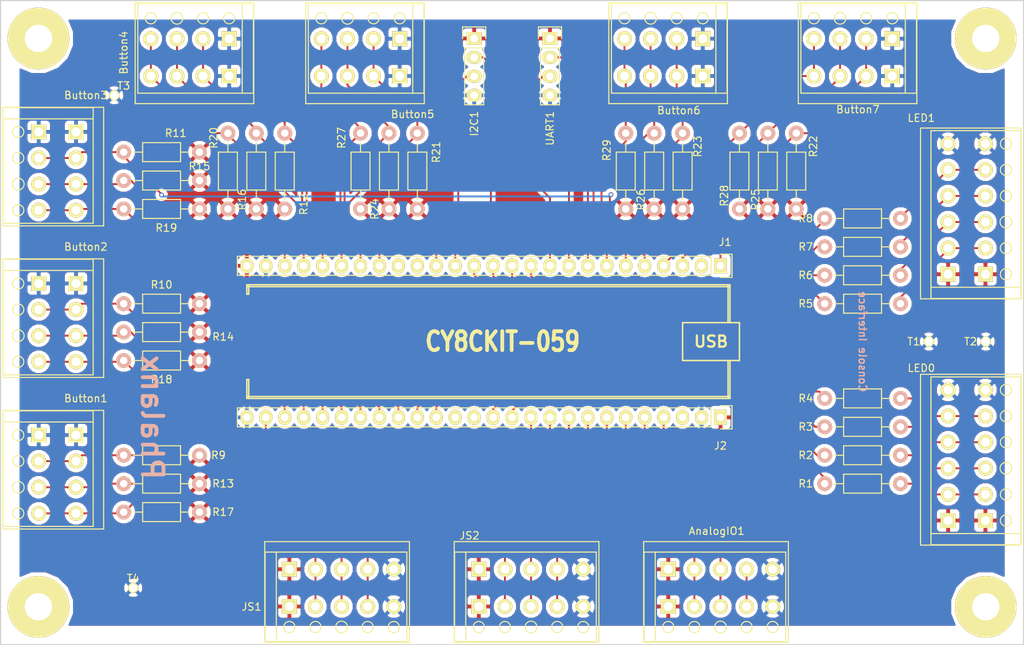
<source format=kicad_pcb>
(kicad_pcb (version 4) (host pcbnew "(2016-01-07 BZR 6431, Git 0682bd7)-product")
  (layers (0 F.Cu signal) (31 B.Cu signal) (34 B.Paste user) (35 F.Paste user) (36 B.SilkS user) (37 F.SilkS user) (38 B.Mask user) (39 F.Mask user) (44 Edge.Cuts user))
  (net 0 "")
  (net 1 /GND)
  (net 2 /P0.7)
  (net 3 /VDD)
  (net 4 /P0.6)
  (net 5 /P3.2)
  (net 6 /P3.0)
  (net 7 /P3.1)
  (net 8 /P3.5)
  (net 9 /P3.3)
  (net 10 /P3.4)
  (net 11 /P2.7)
  (net 12 /P3.6)
  (net 13 /P3.7)
  (net 14 /P1.5)
  (net 15 /P1.7)
  (net 16 /P1.6)
  (net 17 /P1.2)
  (net 18 /P1.4)
  (net 19 /P1.3)
  (net 20 /P2.0)
  (net 21 /P2.3)
  (net 22 /P2.2)
  (net 23 /P2.4)
  (net 24 /P2.6)
  (net 25 /P2.5)
  (net 26 /SDA)
  (net 27 /SCL)
  (net 28 /TXD)
  (net 29 /RCV)
  (net 30 /P12.5)
  (net 31 /P12.4)
  (net 32 /P12.3)
  (net 33 /P12.2)
  (net 34 /P0.5)
  (net 35 /P0.4)
  (net 36 /P0.3)
  (net 37 /P0.2)
  (net 38 /P0.1)
  (net 39 /P0.0)
  (net 40 /P15.5)
  (net 41 /P15.4)
  (net 42 /P15.1)
  (net 43 /P15.0)
  (net 44 "Net-(LED0-Pad4)")
  (net 45 "Net-(LED0-Pad3)")
  (net 46 "Net-(LED0-Pad2)")
  (net 47 "Net-(LED1-Pad4)")
  (net 48 "Net-(LED1-Pad3)")
  (net 49 "Net-(LED1-Pad2)")
  (net 50 "Net-(LED0-Pad5)")
  (net 51 "Net-(LED1-Pad5)")
  (net 52 "Net-(AnalogIO1-Pad4)")
  (module Pin_Headers:Pin_Header_Straight_1x26 (layer F.Cu) (at 147.32 101.6 270)
    (fp_text reference J1 (at -3.175 -0.635 360) (layer F.SilkS))
    (fp_text value CONN_01X26 hide)
    (pad 1 thru_hole rect (at 0 0 270) (size 2.032 1.7272) (drill 1.016) (layers *.Cu *.Mask F.SilkS) (net 20 /P2.0))
    (pad 2 thru_hole oval (at 0 2.54 270) (size 2.032 1.7272) (drill 1.016) (layers *.Cu *.Mask F.SilkS))
    (pad 3 thru_hole oval (at 0 5.08 270) (size 2.032 1.7272) (drill 1.016) (layers *.Cu *.Mask F.SilkS) (net 22 /P2.2))
    (pad 4 thru_hole oval (at 0 7.62 270) (size 2.032 1.7272) (drill 1.016) (layers *.Cu *.Mask F.SilkS) (net 21 /P2.3))
    (pad 5 thru_hole oval (at 0 10.16 270) (size 2.032 1.7272) (drill 1.016) (layers *.Cu *.Mask F.SilkS) (net 23 /P2.4))
    (pad 6 thru_hole oval (at 0 12.7 270) (size 2.032 1.7272) (drill 1.016) (layers *.Cu *.Mask F.SilkS) (net 25 /P2.5))
    (pad 7 thru_hole oval (at 0 15.24 270) (size 2.032 1.7272) (drill 1.016) (layers *.Cu *.Mask F.SilkS) (net 24 /P2.6))
    (pad 8 thru_hole oval (at 0 17.78 270) (size 2.032 1.7272) (drill 1.016) (layers *.Cu *.Mask F.SilkS) (net 11 /P2.7))
    (pad 9 thru_hole oval (at 0 20.32 270) (size 2.032 1.7272) (drill 1.016) (layers *.Cu *.Mask F.SilkS) (net 28 /TXD))
    (pad 10 thru_hole oval (at 0 22.86 270) (size 2.032 1.7272) (drill 1.016) (layers *.Cu *.Mask F.SilkS) (net 29 /RCV))
    (pad 11 thru_hole oval (at 0 25.4 270) (size 2.032 1.7272) (drill 1.016) (layers *.Cu *.Mask F.SilkS) (net 30 /P12.5))
    (pad 12 thru_hole oval (at 0 27.94 270) (size 2.032 1.7272) (drill 1.016) (layers *.Cu *.Mask F.SilkS) (net 31 /P12.4))
    (pad 13 thru_hole oval (at 0 30.48 270) (size 2.032 1.7272) (drill 1.016) (layers *.Cu *.Mask F.SilkS) (net 32 /P12.3))
    (pad 14 thru_hole oval (at 0 33.02 270) (size 2.032 1.7272) (drill 1.016) (layers *.Cu *.Mask F.SilkS) (net 33 /P12.2))
    (pad 15 thru_hole oval (at 0 35.56 270) (size 2.032 1.7272) (drill 1.016) (layers *.Cu *.Mask F.SilkS) (net 26 /SDA))
    (pad 16 thru_hole oval (at 0 38.1 270) (size 2.032 1.7272) (drill 1.016) (layers *.Cu *.Mask F.SilkS) (net 27 /SCL))
    (pad 17 thru_hole oval (at 0 40.64 270) (size 2.032 1.7272) (drill 1.016) (layers *.Cu *.Mask F.SilkS))
    (pad 18 thru_hole oval (at 0 43.18 270) (size 2.032 1.7272) (drill 1.016) (layers *.Cu *.Mask F.SilkS))
    (pad 19 thru_hole oval (at 0 45.72 270) (size 2.032 1.7272) (drill 1.016) (layers *.Cu *.Mask F.SilkS) (net 17 /P1.2))
    (pad 20 thru_hole oval (at 0 48.26 270) (size 2.032 1.7272) (drill 1.016) (layers *.Cu *.Mask F.SilkS) (net 19 /P1.3))
    (pad 21 thru_hole oval (at 0 50.8 270) (size 2.032 1.7272) (drill 1.016) (layers *.Cu *.Mask F.SilkS) (net 18 /P1.4))
    (pad 22 thru_hole oval (at 0 53.34 270) (size 2.032 1.7272) (drill 1.016) (layers *.Cu *.Mask F.SilkS) (net 14 /P1.5))
    (pad 23 thru_hole oval (at 0 55.88 270) (size 2.032 1.7272) (drill 1.016) (layers *.Cu *.Mask F.SilkS) (net 16 /P1.6))
    (pad 24 thru_hole oval (at 0 58.42 270) (size 2.032 1.7272) (drill 1.016) (layers *.Cu *.Mask F.SilkS) (net 15 /P1.7))
    (pad 25 thru_hole oval (at 0 60.96 270) (size 2.032 1.7272) (drill 1.016) (layers *.Cu *.Mask F.SilkS) (net 1 /GND))
    (pad 26 thru_hole oval (at 0 63.5 270) (size 2.032 1.7272) (drill 1.016) (layers *.Cu *.Mask F.SilkS) (net 3 /VDD))
  )
  (module Pin_Headers:Pin_Header_Straight_1x26 (layer F.Cu) (at 147.32 121.92 270)
    (fp_text reference J2 (at 3.81 0 360) (layer F.SilkS))
    (fp_text value CONN_01X26 hide)
    (pad 1 thru_hole rect (at 0 0 270) (size 2.032 1.7272) (drill 1.016) (layers *.Cu *.Mask F.SilkS) (net 3 /VDD))
    (pad 2 thru_hole oval (at 0 2.54 270) (size 2.032 1.7272) (drill 1.016) (layers *.Cu *.Mask F.SilkS) (net 1 /GND))
    (pad 3 thru_hole oval (at 0 5.08 270) (size 2.032 1.7272) (drill 1.016) (layers *.Cu *.Mask F.SilkS))
    (pad 4 thru_hole oval (at 0 7.62 270) (size 2.032 1.7272) (drill 1.016) (layers *.Cu *.Mask F.SilkS) (net 2 /P0.7))
    (pad 5 thru_hole oval (at 0 10.16 270) (size 2.032 1.7272) (drill 1.016) (layers *.Cu *.Mask F.SilkS) (net 4 /P0.6))
    (pad 6 thru_hole oval (at 0 12.7 270) (size 2.032 1.7272) (drill 1.016) (layers *.Cu *.Mask F.SilkS) (net 34 /P0.5))
    (pad 7 thru_hole oval (at 0 15.24 270) (size 2.032 1.7272) (drill 1.016) (layers *.Cu *.Mask F.SilkS) (net 35 /P0.4))
    (pad 8 thru_hole oval (at 0 17.78 270) (size 2.032 1.7272) (drill 1.016) (layers *.Cu *.Mask F.SilkS) (net 36 /P0.3))
    (pad 9 thru_hole oval (at 0 20.32 270) (size 2.032 1.7272) (drill 1.016) (layers *.Cu *.Mask F.SilkS) (net 37 /P0.2))
    (pad 10 thru_hole oval (at 0 22.86 270) (size 2.032 1.7272) (drill 1.016) (layers *.Cu *.Mask F.SilkS) (net 38 /P0.1))
    (pad 11 thru_hole oval (at 0 25.4 270) (size 2.032 1.7272) (drill 1.016) (layers *.Cu *.Mask F.SilkS) (net 39 /P0.0))
    (pad 12 thru_hole oval (at 0 27.94 270) (size 2.032 1.7272) (drill 1.016) (layers *.Cu *.Mask F.SilkS) (net 40 /P15.5))
    (pad 13 thru_hole oval (at 0 30.48 270) (size 2.032 1.7272) (drill 1.016) (layers *.Cu *.Mask F.SilkS) (net 41 /P15.4))
    (pad 14 thru_hole oval (at 0 33.02 270) (size 2.032 1.7272) (drill 1.016) (layers *.Cu *.Mask F.SilkS))
    (pad 15 thru_hole oval (at 0 35.56 270) (size 2.032 1.7272) (drill 1.016) (layers *.Cu *.Mask F.SilkS))
    (pad 16 thru_hole oval (at 0 38.1 270) (size 2.032 1.7272) (drill 1.016) (layers *.Cu *.Mask F.SilkS) (net 42 /P15.1))
    (pad 17 thru_hole oval (at 0 40.64 270) (size 2.032 1.7272) (drill 1.016) (layers *.Cu *.Mask F.SilkS) (net 43 /P15.0))
    (pad 18 thru_hole oval (at 0 43.18 270) (size 2.032 1.7272) (drill 1.016) (layers *.Cu *.Mask F.SilkS) (net 13 /P3.7))
    (pad 19 thru_hole oval (at 0 45.72 270) (size 2.032 1.7272) (drill 1.016) (layers *.Cu *.Mask F.SilkS) (net 12 /P3.6))
    (pad 20 thru_hole oval (at 0 48.26 270) (size 2.032 1.7272) (drill 1.016) (layers *.Cu *.Mask F.SilkS) (net 8 /P3.5))
    (pad 21 thru_hole oval (at 0 50.8 270) (size 2.032 1.7272) (drill 1.016) (layers *.Cu *.Mask F.SilkS) (net 10 /P3.4))
    (pad 22 thru_hole oval (at 0 53.34 270) (size 2.032 1.7272) (drill 1.016) (layers *.Cu *.Mask F.SilkS) (net 9 /P3.3))
    (pad 23 thru_hole oval (at 0 55.88 270) (size 2.032 1.7272) (drill 1.016) (layers *.Cu *.Mask F.SilkS) (net 5 /P3.2))
    (pad 24 thru_hole oval (at 0 58.42 270) (size 2.032 1.7272) (drill 1.016) (layers *.Cu *.Mask F.SilkS) (net 7 /P3.1))
    (pad 25 thru_hole oval (at 0 60.96 270) (size 2.032 1.7272) (drill 1.016) (layers *.Cu *.Mask F.SilkS) (net 6 /P3.0))
    (pad 26 thru_hole oval (at 0 63.5 270) (size 2.032 1.7272) (drill 1.016) (layers *.Cu *.Mask F.SilkS) (net 1 /GND))
  )
  (module Aglets:MH-No6-3p5 (layer F.Cu) (at 55.88 147.32)
    (fp_text reference B1 hide)
    (fp_text value HOLE hide)
    (pad 1 thru_hole circle (at 0 0) (size 8.255 8.255) (drill 3.6576) (layers *.Cu *.Mask F.SilkS))
  )
  (module Aglets:MH-No6-3p5 (layer F.Cu) (at 182.88 147.32)
    (fp_text reference B2 hide)
    (fp_text value HOLE hide)
    (pad 1 thru_hole circle (at 0 0) (size 8.255 8.255) (drill 3.6576) (layers *.Cu *.Mask F.SilkS))
  )
  (module Aglets:MH-No6-3p5 (layer F.Cu) (at 55.88 71.12)
    (fp_text reference B3 hide)
    (fp_text value HOLE hide)
    (pad 1 thru_hole circle (at 0 0) (size 8.255 8.255) (drill 3.6576) (layers *.Cu *.Mask F.SilkS))
  )
  (module Aglets:MH-No6-3p5 (layer F.Cu) (at 182.88 71.12)
    (fp_text reference B4 hide)
    (fp_text value HOLE hide)
    (pad 1 thru_hole circle (at 0 0) (size 8.255 8.255) (drill 3.6576) (layers *.Cu *.Mask F.SilkS))
  )
  (module Resistors_ThroughHole:Resistor_Horizontal_RM10mm (layer F.Cu) (at 166.37 130.81)
    (fp_text reference R1 (at -7.62 0) (layer F.SilkS))
    (fp_text value 330)
    (pad 1 thru_hole circle (at -5.08 0) (size 1.99898 1.99898) (drill 1.00076) (layers *.Cu *.SilkS *.Mask) (net 40 /P15.5))
    (pad 2 thru_hole circle (at 5.08 0) (size 1.99898 1.99898) (drill 1.00076) (layers *.Cu *.SilkS *.Mask) (net 46 "Net-(LED0-Pad2)"))
  )
  (module Resistors_ThroughHole:Resistor_Horizontal_RM10mm (layer F.Cu) (at 166.37 127)
    (fp_text reference R2 (at -7.62 0) (layer F.SilkS))
    (fp_text value 330)
    (pad 1 thru_hole circle (at -5.08 0) (size 1.99898 1.99898) (drill 1.00076) (layers *.Cu *.SilkS *.Mask) (net 41 /P15.4))
    (pad 2 thru_hole circle (at 5.08 0) (size 1.99898 1.99898) (drill 1.00076) (layers *.Cu *.SilkS *.Mask) (net 45 "Net-(LED0-Pad3)"))
  )
  (module Resistors_ThroughHole:Resistor_Horizontal_RM10mm (layer F.Cu) (at 166.37 123.19)
    (fp_text reference R3 (at -7.62 0) (layer F.SilkS))
    (fp_text value 330)
    (pad 1 thru_hole circle (at -5.08 0) (size 1.99898 1.99898) (drill 1.00076) (layers *.Cu *.SilkS *.Mask) (net 42 /P15.1))
    (pad 2 thru_hole circle (at 5.08 0) (size 1.99898 1.99898) (drill 1.00076) (layers *.Cu *.SilkS *.Mask) (net 44 "Net-(LED0-Pad4)"))
  )
  (module Resistors_ThroughHole:Resistor_Horizontal_RM10mm (layer F.Cu) (at 166.37 119.38)
    (fp_text reference R4 (at -7.62 0) (layer F.SilkS))
    (fp_text value 330)
    (pad 1 thru_hole circle (at -5.08 0) (size 1.99898 1.99898) (drill 1.00076) (layers *.Cu *.SilkS *.Mask) (net 43 /P15.0))
    (pad 2 thru_hole circle (at 5.08 0) (size 1.99898 1.99898) (drill 1.00076) (layers *.Cu *.SilkS *.Mask) (net 50 "Net-(LED0-Pad5)"))
  )
  (module Resistors_ThroughHole:Resistor_Horizontal_RM10mm (layer F.Cu) (at 166.37 106.68)
    (fp_text reference R5 (at -7.62 0) (layer F.SilkS))
    (fp_text value 330)
    (pad 1 thru_hole circle (at -5.08 0) (size 1.99898 1.99898) (drill 1.00076) (layers *.Cu *.SilkS *.Mask) (net 33 /P12.2))
    (pad 2 thru_hole circle (at 5.08 0) (size 1.99898 1.99898) (drill 1.00076) (layers *.Cu *.SilkS *.Mask) (net 49 "Net-(LED1-Pad2)"))
  )
  (module Resistors_ThroughHole:Resistor_Horizontal_RM10mm (layer F.Cu) (at 166.37 102.87)
    (fp_text reference R6 (at -7.62 0) (layer F.SilkS))
    (fp_text value 330)
    (pad 1 thru_hole circle (at -5.08 0) (size 1.99898 1.99898) (drill 1.00076) (layers *.Cu *.SilkS *.Mask) (net 32 /P12.3))
    (pad 2 thru_hole circle (at 5.08 0) (size 1.99898 1.99898) (drill 1.00076) (layers *.Cu *.SilkS *.Mask) (net 48 "Net-(LED1-Pad3)"))
  )
  (module Resistors_ThroughHole:Resistor_Horizontal_RM10mm (layer F.Cu) (at 166.37 99.06)
    (fp_text reference R7 (at -7.62 0) (layer F.SilkS))
    (fp_text value 330)
    (pad 1 thru_hole circle (at -5.08 0) (size 1.99898 1.99898) (drill 1.00076) (layers *.Cu *.SilkS *.Mask) (net 31 /P12.4))
    (pad 2 thru_hole circle (at 5.08 0) (size 1.99898 1.99898) (drill 1.00076) (layers *.Cu *.SilkS *.Mask) (net 47 "Net-(LED1-Pad4)"))
  )
  (module Resistors_ThroughHole:Resistor_Horizontal_RM10mm (layer F.Cu) (at 166.37 95.25)
    (fp_text reference R8 (at -7.62 0) (layer F.SilkS))
    (fp_text value 330)
    (pad 1 thru_hole circle (at -5.08 0) (size 1.99898 1.99898) (drill 1.00076) (layers *.Cu *.SilkS *.Mask) (net 30 /P12.5))
    (pad 2 thru_hole circle (at 5.08 0) (size 1.99898 1.99898) (drill 1.00076) (layers *.Cu *.SilkS *.Mask) (net 51 "Net-(LED1-Pad5)"))
  )
  (module Resistors_ThroughHole:Resistor_Horizontal_RM10mm (layer F.Cu) (at 72.39 127 180)
    (fp_text reference R9 (at -7.62 0 180) (layer F.SilkS))
    (fp_text value 4.7K)
    (pad 1 thru_hole circle (at -5.08 0 180) (size 1.99898 1.99898) (drill 1.00076) (layers *.Cu *.SilkS *.Mask) (net 3 /VDD))
    (pad 2 thru_hole circle (at 5.08 0 180) (size 1.99898 1.99898) (drill 1.00076) (layers *.Cu *.SilkS *.Mask) (net 5 /P3.2))
  )
  (module Resistors_ThroughHole:Resistor_Horizontal_RM10mm (layer F.Cu) (at 72.39 106.68 180)
    (fp_text reference R10 (at 0 2.54 180) (layer F.SilkS))
    (fp_text value 4.7K)
    (pad 1 thru_hole circle (at -5.08 0 180) (size 1.99898 1.99898) (drill 1.00076) (layers *.Cu *.SilkS *.Mask) (net 3 /VDD))
    (pad 2 thru_hole circle (at 5.08 0 180) (size 1.99898 1.99898) (drill 1.00076) (layers *.Cu *.SilkS *.Mask) (net 8 /P3.5))
  )
  (module Resistors_ThroughHole:Resistor_Horizontal_RM10mm (layer F.Cu) (at 72.39 86.36 180)
    (fp_text reference R11 (at -1.905 2.54 180) (layer F.SilkS))
    (fp_text value 4.7K)
    (pad 1 thru_hole circle (at -5.08 0 180) (size 1.99898 1.99898) (drill 1.00076) (layers *.Cu *.SilkS *.Mask) (net 3 /VDD))
    (pad 2 thru_hole circle (at 5.08 0 180) (size 1.99898 1.99898) (drill 1.00076) (layers *.Cu *.SilkS *.Mask) (net 23 /P2.4))
  )
  (module Resistors_ThroughHole:Resistor_Horizontal_RM10mm (layer F.Cu) (at 88.9 88.9 90)
    (fp_text reference R12 (at -4.445 2.54 90) (layer F.SilkS))
    (fp_text value 4.7K)
    (pad 1 thru_hole circle (at -5.08 0 90) (size 1.99898 1.99898) (drill 1.00076) (layers *.Cu *.SilkS *.Mask) (net 3 /VDD))
    (pad 2 thru_hole circle (at 5.08 0 90) (size 1.99898 1.99898) (drill 1.00076) (layers *.Cu *.SilkS *.Mask) (net 14 /P1.5))
  )
  (module Resistors_ThroughHole:Resistor_Horizontal_RM10mm (layer F.Cu) (at 72.39 130.81 180)
    (fp_text reference R13 (at -8.255 0 180) (layer F.SilkS))
    (fp_text value 4.7K)
    (pad 1 thru_hole circle (at -5.08 0 180) (size 1.99898 1.99898) (drill 1.00076) (layers *.Cu *.SilkS *.Mask) (net 3 /VDD))
    (pad 2 thru_hole circle (at 5.08 0 180) (size 1.99898 1.99898) (drill 1.00076) (layers *.Cu *.SilkS *.Mask) (net 7 /P3.1))
  )
  (module Resistors_ThroughHole:Resistor_Horizontal_RM10mm (layer F.Cu) (at 72.39 110.49 180)
    (fp_text reference R14 (at -8.255 -0.635 360) (layer F.SilkS))
    (fp_text value 4.7K)
    (pad 1 thru_hole circle (at -5.08 0 180) (size 1.99898 1.99898) (drill 1.00076) (layers *.Cu *.SilkS *.Mask) (net 3 /VDD))
    (pad 2 thru_hole circle (at 5.08 0 180) (size 1.99898 1.99898) (drill 1.00076) (layers *.Cu *.SilkS *.Mask) (net 10 /P3.4))
  )
  (module Resistors_ThroughHole:Resistor_Horizontal_RM10mm (layer F.Cu) (at 72.39 90.17 180)
    (fp_text reference R15 (at -5.08 1.905 180) (layer F.SilkS))
    (fp_text value 4.7K)
    (pad 1 thru_hole circle (at -5.08 0 180) (size 1.99898 1.99898) (drill 1.00076) (layers *.Cu *.SilkS *.Mask) (net 3 /VDD))
    (pad 2 thru_hole circle (at 5.08 0 180) (size 1.99898 1.99898) (drill 1.00076) (layers *.Cu *.SilkS *.Mask) (net 13 /P3.7))
  )
  (module Resistors_ThroughHole:Resistor_Horizontal_RM10mm (layer F.Cu) (at 85.09 88.9 90)
    (fp_text reference R16 (at -3.81 -1.905 270) (layer F.SilkS))
    (fp_text value 4.7K)
    (pad 1 thru_hole circle (at -5.08 0 90) (size 1.99898 1.99898) (drill 1.00076) (layers *.Cu *.SilkS *.Mask) (net 3 /VDD))
    (pad 2 thru_hole circle (at 5.08 0 90) (size 1.99898 1.99898) (drill 1.00076) (layers *.Cu *.SilkS *.Mask) (net 16 /P1.6))
  )
  (module Resistors_ThroughHole:Resistor_Horizontal_RM10mm (layer F.Cu) (at 72.39 134.62 180)
    (fp_text reference R17 (at -8.255 0 180) (layer F.SilkS))
    (fp_text value 4.7K)
    (pad 1 thru_hole circle (at -5.08 0 180) (size 1.99898 1.99898) (drill 1.00076) (layers *.Cu *.SilkS *.Mask) (net 3 /VDD))
    (pad 2 thru_hole circle (at 5.08 0 180) (size 1.99898 1.99898) (drill 1.00076) (layers *.Cu *.SilkS *.Mask) (net 6 /P3.0))
  )
  (module Resistors_ThroughHole:Resistor_Horizontal_RM10mm (layer F.Cu) (at 72.39 114.3 180)
    (fp_text reference R18 (at 0 -2.54 180) (layer F.SilkS))
    (fp_text value 4.7K)
    (pad 1 thru_hole circle (at -5.08 0 180) (size 1.99898 1.99898) (drill 1.00076) (layers *.Cu *.SilkS *.Mask) (net 3 /VDD))
    (pad 2 thru_hole circle (at 5.08 0 180) (size 1.99898 1.99898) (drill 1.00076) (layers *.Cu *.SilkS *.Mask) (net 9 /P3.3))
  )
  (module Resistors_ThroughHole:Resistor_Horizontal_RM10mm (layer F.Cu) (at 72.39 93.98 180)
    (fp_text reference R19 (at -0.635 -2.54 180) (layer F.SilkS))
    (fp_text value 4.7K)
    (pad 1 thru_hole circle (at -5.08 0 180) (size 1.99898 1.99898) (drill 1.00076) (layers *.Cu *.SilkS *.Mask) (net 3 /VDD))
    (pad 2 thru_hole circle (at 5.08 0 180) (size 1.99898 1.99898) (drill 1.00076) (layers *.Cu *.SilkS *.Mask) (net 12 /P3.6))
  )
  (module Resistors_ThroughHole:Resistor_Horizontal_RM10mm (layer F.Cu) (at 81.28 88.9 90)
    (fp_text reference R20 (at 4.445 -1.905 90) (layer F.SilkS))
    (fp_text value 4.7K)
    (pad 1 thru_hole circle (at -5.08 0 90) (size 1.99898 1.99898) (drill 1.00076) (layers *.Cu *.SilkS *.Mask) (net 3 /VDD))
    (pad 2 thru_hole circle (at 5.08 0 90) (size 1.99898 1.99898) (drill 1.00076) (layers *.Cu *.SilkS *.Mask) (net 15 /P1.7))
  )
  (module Resistors_ThroughHole:Resistor_Horizontal_RM10mm (layer F.Cu) (at 106.68 88.9 90)
    (fp_text reference R21 (at 2.54 2.54 90) (layer F.SilkS))
    (fp_text value 4.7K)
    (pad 1 thru_hole circle (at -5.08 0 90) (size 1.99898 1.99898) (drill 1.00076) (layers *.Cu *.SilkS *.Mask) (net 3 /VDD))
    (pad 2 thru_hole circle (at 5.08 0 90) (size 1.99898 1.99898) (drill 1.00076) (layers *.Cu *.SilkS *.Mask) (net 17 /P1.2))
  )
  (module Resistors_ThroughHole:Resistor_Horizontal_RM10mm (layer F.Cu) (at 157.48 88.9 90)
    (fp_text reference R22 (at 3.302 2.286 90) (layer F.SilkS))
    (fp_text value 4.7K)
    (pad 1 thru_hole circle (at -5.08 0 90) (size 1.99898 1.99898) (drill 1.00076) (layers *.Cu *.SilkS *.Mask) (net 3 /VDD))
    (pad 2 thru_hole circle (at 5.08 0 90) (size 1.99898 1.99898) (drill 1.00076) (layers *.Cu *.SilkS *.Mask) (net 20 /P2.0))
  )
  (module Resistors_ThroughHole:Resistor_Horizontal_RM10mm (layer F.Cu) (at 142.24 88.9 90)
    (fp_text reference R23 (at 3.302 2.032 90) (layer F.SilkS))
    (fp_text value 4.7K)
    (pad 1 thru_hole circle (at -5.08 0 90) (size 1.99898 1.99898) (drill 1.00076) (layers *.Cu *.SilkS *.Mask) (net 3 /VDD))
    (pad 2 thru_hole circle (at 5.08 0 90) (size 1.99898 1.99898) (drill 1.00076) (layers *.Cu *.SilkS *.Mask) (net 25 /P2.5))
  )
  (module Resistors_ThroughHole:Resistor_Horizontal_RM10mm (layer F.Cu) (at 102.87 88.9 90)
    (fp_text reference R24 (at -5.08 -1.905 90) (layer F.SilkS))
    (fp_text value 4.7K)
    (pad 1 thru_hole circle (at -5.08 0 90) (size 1.99898 1.99898) (drill 1.00076) (layers *.Cu *.SilkS *.Mask) (net 3 /VDD))
    (pad 2 thru_hole circle (at 5.08 0 90) (size 1.99898 1.99898) (drill 1.00076) (layers *.Cu *.SilkS *.Mask) (net 19 /P1.3))
  )
  (module Resistors_ThroughHole:Resistor_Horizontal_RM10mm (layer F.Cu) (at 153.67 88.9 90)
    (fp_text reference R25 (at -3.81 -1.651 90) (layer F.SilkS))
    (fp_text value 4.7K)
    (pad 1 thru_hole circle (at -5.08 0 90) (size 1.99898 1.99898) (drill 1.00076) (layers *.Cu *.SilkS *.Mask) (net 3 /VDD))
    (pad 2 thru_hole circle (at 5.08 0 90) (size 1.99898 1.99898) (drill 1.00076) (layers *.Cu *.SilkS *.Mask) (net 22 /P2.2))
  )
  (module Resistors_ThroughHole:Resistor_Horizontal_RM10mm (layer F.Cu) (at 138.43 88.9 90)
    (fp_text reference R26 (at -3.81 -1.778 90) (layer F.SilkS))
    (fp_text value 4.7K)
    (pad 1 thru_hole circle (at -5.08 0 90) (size 1.99898 1.99898) (drill 1.00076) (layers *.Cu *.SilkS *.Mask) (net 3 /VDD))
    (pad 2 thru_hole circle (at 5.08 0 90) (size 1.99898 1.99898) (drill 1.00076) (layers *.Cu *.SilkS *.Mask) (net 24 /P2.6))
  )
  (module Resistors_ThroughHole:Resistor_Horizontal_RM10mm (layer F.Cu) (at 99.06 88.9 90)
    (fp_text reference R27 (at 4.445 -2.54 90) (layer F.SilkS))
    (fp_text value 4.7K)
    (pad 1 thru_hole circle (at -5.08 0 90) (size 1.99898 1.99898) (drill 1.00076) (layers *.Cu *.SilkS *.Mask) (net 3 /VDD))
    (pad 2 thru_hole circle (at 5.08 0 90) (size 1.99898 1.99898) (drill 1.00076) (layers *.Cu *.SilkS *.Mask) (net 18 /P1.4))
  )
  (module Resistors_ThroughHole:Resistor_Horizontal_RM10mm (layer F.Cu) (at 149.86 88.9 90)
    (fp_text reference R28 (at -3.302 -2.032 90) (layer F.SilkS))
    (fp_text value 4.7K)
    (pad 1 thru_hole circle (at -5.08 0 90) (size 1.99898 1.99898) (drill 1.00076) (layers *.Cu *.SilkS *.Mask) (net 3 /VDD))
    (pad 2 thru_hole circle (at 5.08 0 90) (size 1.99898 1.99898) (drill 1.00076) (layers *.Cu *.SilkS *.Mask) (net 21 /P2.3))
  )
  (module Resistors_ThroughHole:Resistor_Horizontal_RM10mm (layer F.Cu) (at 134.62 88.9 90)
    (fp_text reference R29 (at 2.794 -2.54 90) (layer F.SilkS))
    (fp_text value 4.7K)
    (pad 1 thru_hole circle (at -5.08 0 90) (size 1.99898 1.99898) (drill 1.00076) (layers *.Cu *.SilkS *.Mask) (net 3 /VDD))
    (pad 2 thru_hole circle (at 5.08 0 90) (size 1.99898 1.99898) (drill 1.00076) (layers *.Cu *.SilkS *.Mask) (net 11 /P2.7))
  )
  (module Aglets:PTSA-5 (layer F.Cu) (at 147.32 144.78)
    (fp_text reference AnalogIO1 (at -0.508 -7.62) (layer F.SilkS))
    (fp_text value CONN_01X05)
    (pad 1 thru_hole rect (at -7 2.5) (size 2 2) (drill 1.2) (layers *.Cu *.Mask F.SilkS) (net 3 /VDD))
    (pad 1 thru_hole rect (at -7 -2.5) (size 2 2) (drill 1.2) (layers *.Cu *.Mask F.SilkS) (net 3 /VDD))
    (pad 2 thru_hole circle (at -3.5 2.5) (size 2 2) (drill 1.2) (layers *.Cu *.Mask F.SilkS) (net 4 /P0.6))
    (pad 2 thru_hole circle (at -3.5 -2.5) (size 2 2) (drill 1.2) (layers *.Cu *.Mask F.SilkS) (net 4 /P0.6))
    (pad 3 thru_hole circle (at 0 2.5) (size 2 2) (drill 1.2) (layers *.Cu *.Mask F.SilkS) (net 2 /P0.7))
    (pad 3 thru_hole circle (at 0 -2.5) (size 2 2) (drill 1.2) (layers *.Cu *.Mask F.SilkS) (net 2 /P0.7))
    (pad 4 thru_hole circle (at 3.5 2.5) (size 2 2) (drill 1.2) (layers *.Cu *.Mask F.SilkS) (net 52 "Net-(AnalogIO1-Pad4)"))
    (pad 4 thru_hole circle (at 3.5 -2.5) (size 2 2) (drill 1.2) (layers *.Cu *.Mask F.SilkS) (net 52 "Net-(AnalogIO1-Pad4)"))
    (pad 5 thru_hole circle (at 7 2.5) (size 2 2) (drill 1.2) (layers *.Cu *.Mask F.SilkS) (net 1 /GND))
    (pad 5 thru_hole circle (at 7 -2.5) (size 2 2) (drill 1.2) (layers *.Cu *.Mask F.SilkS) (net 1 /GND))
  )
  (module Aglets:PTSA-4 (layer F.Cu) (at 58.42 129.54 270)
    (fp_text reference Button1 (at -10.16 -3.81 360) (layer F.SilkS))
    (fp_text value CONN_01X04)
    (pad 1 thru_hole rect (at -5.25 2.5 270) (size 2 2) (drill 1.2) (layers *.Cu *.Mask F.SilkS) (net 1 /GND))
    (pad 1 thru_hole rect (at -5.25 -2.5 270) (size 2 2) (drill 1.2) (layers *.Cu *.Mask F.SilkS) (net 1 /GND))
    (pad 2 thru_hole circle (at -1.75 2.5 270) (size 2 2) (drill 1.2) (layers *.Cu *.Mask F.SilkS) (net 5 /P3.2))
    (pad 2 thru_hole circle (at -1.75 -2.5 270) (size 2 2) (drill 1.2) (layers *.Cu *.Mask F.SilkS) (net 5 /P3.2))
    (pad 3 thru_hole circle (at 1.75 2.5 270) (size 2 2) (drill 1.2) (layers *.Cu *.Mask F.SilkS) (net 7 /P3.1))
    (pad 3 thru_hole circle (at 1.75 -2.5 270) (size 2 2) (drill 1.2) (layers *.Cu *.Mask F.SilkS) (net 7 /P3.1))
    (pad 4 thru_hole circle (at 5.25 2.5 270) (size 2 2) (drill 1.2) (layers *.Cu *.Mask F.SilkS) (net 6 /P3.0))
    (pad 4 thru_hole circle (at 5.25 -2.5 270) (size 2 2) (drill 1.2) (layers *.Cu *.Mask F.SilkS) (net 6 /P3.0))
  )
  (module Aglets:PTSA-4 (layer F.Cu) (at 58.42 109.22 270)
    (fp_text reference Button2 (at -10.16 -3.81 360) (layer F.SilkS))
    (fp_text value CONN_01X04)
    (pad 1 thru_hole rect (at -5.25 2.5 270) (size 2 2) (drill 1.2) (layers *.Cu *.Mask F.SilkS) (net 1 /GND))
    (pad 1 thru_hole rect (at -5.25 -2.5 270) (size 2 2) (drill 1.2) (layers *.Cu *.Mask F.SilkS) (net 1 /GND))
    (pad 2 thru_hole circle (at -1.75 2.5 270) (size 2 2) (drill 1.2) (layers *.Cu *.Mask F.SilkS) (net 8 /P3.5))
    (pad 2 thru_hole circle (at -1.75 -2.5 270) (size 2 2) (drill 1.2) (layers *.Cu *.Mask F.SilkS) (net 8 /P3.5))
    (pad 3 thru_hole circle (at 1.75 2.5 270) (size 2 2) (drill 1.2) (layers *.Cu *.Mask F.SilkS) (net 10 /P3.4))
    (pad 3 thru_hole circle (at 1.75 -2.5 270) (size 2 2) (drill 1.2) (layers *.Cu *.Mask F.SilkS) (net 10 /P3.4))
    (pad 4 thru_hole circle (at 5.25 2.5 270) (size 2 2) (drill 1.2) (layers *.Cu *.Mask F.SilkS) (net 9 /P3.3))
    (pad 4 thru_hole circle (at 5.25 -2.5 270) (size 2 2) (drill 1.2) (layers *.Cu *.Mask F.SilkS) (net 9 /P3.3))
  )
  (module Aglets:PTSA-4 (layer F.Cu) (at 58.42 88.9 270)
    (fp_text reference Button3 (at -10.16 -3.81 360) (layer F.SilkS))
    (fp_text value CONN_01X04)
    (pad 1 thru_hole rect (at -5.25 2.5 270) (size 2 2) (drill 1.2) (layers *.Cu *.Mask F.SilkS) (net 1 /GND))
    (pad 1 thru_hole rect (at -5.25 -2.5 270) (size 2 2) (drill 1.2) (layers *.Cu *.Mask F.SilkS) (net 1 /GND))
    (pad 2 thru_hole circle (at -1.75 2.5 270) (size 2 2) (drill 1.2) (layers *.Cu *.Mask F.SilkS) (net 23 /P2.4))
    (pad 2 thru_hole circle (at -1.75 -2.5 270) (size 2 2) (drill 1.2) (layers *.Cu *.Mask F.SilkS) (net 23 /P2.4))
    (pad 3 thru_hole circle (at 1.75 2.5 270) (size 2 2) (drill 1.2) (layers *.Cu *.Mask F.SilkS) (net 13 /P3.7))
    (pad 3 thru_hole circle (at 1.75 -2.5 270) (size 2 2) (drill 1.2) (layers *.Cu *.Mask F.SilkS) (net 13 /P3.7))
    (pad 4 thru_hole circle (at 5.25 2.5 270) (size 2 2) (drill 1.2) (layers *.Cu *.Mask F.SilkS) (net 12 /P3.6))
    (pad 4 thru_hole circle (at 5.25 -2.5 270) (size 2 2) (drill 1.2) (layers *.Cu *.Mask F.SilkS) (net 12 /P3.6))
  )
  (module Aglets:PTSA-4 (layer F.Cu) (at 76.2 73.66 180)
    (fp_text reference Button4 (at 8.89 0.635 270) (layer F.SilkS))
    (fp_text value CONN_01X04)
    (pad 1 thru_hole rect (at -5.25 2.5 180) (size 2 2) (drill 1.2) (layers *.Cu *.Mask F.SilkS) (net 1 /GND))
    (pad 1 thru_hole rect (at -5.25 -2.5 180) (size 2 2) (drill 1.2) (layers *.Cu *.Mask F.SilkS) (net 1 /GND))
    (pad 2 thru_hole circle (at -1.75 2.5 180) (size 2 2) (drill 1.2) (layers *.Cu *.Mask F.SilkS) (net 14 /P1.5))
    (pad 2 thru_hole circle (at -1.75 -2.5 180) (size 2 2) (drill 1.2) (layers *.Cu *.Mask F.SilkS) (net 14 /P1.5))
    (pad 3 thru_hole circle (at 1.75 2.5 180) (size 2 2) (drill 1.2) (layers *.Cu *.Mask F.SilkS) (net 16 /P1.6))
    (pad 3 thru_hole circle (at 1.75 -2.5 180) (size 2 2) (drill 1.2) (layers *.Cu *.Mask F.SilkS) (net 16 /P1.6))
    (pad 4 thru_hole circle (at 5.25 2.5 180) (size 2 2) (drill 1.2) (layers *.Cu *.Mask F.SilkS) (net 15 /P1.7))
    (pad 4 thru_hole circle (at 5.25 -2.5 180) (size 2 2) (drill 1.2) (layers *.Cu *.Mask F.SilkS) (net 15 /P1.7))
  )
  (module Aglets:PTSA-4 (layer F.Cu) (at 99.06 73.66 180)
    (fp_text reference Button5 (at -6.985 -7.62 180) (layer F.SilkS))
    (fp_text value CONN_01X04)
    (pad 1 thru_hole rect (at -5.25 2.5 180) (size 2 2) (drill 1.2) (layers *.Cu *.Mask F.SilkS) (net 1 /GND))
    (pad 1 thru_hole rect (at -5.25 -2.5 180) (size 2 2) (drill 1.2) (layers *.Cu *.Mask F.SilkS) (net 1 /GND))
    (pad 2 thru_hole circle (at -1.75 2.5 180) (size 2 2) (drill 1.2) (layers *.Cu *.Mask F.SilkS) (net 17 /P1.2))
    (pad 2 thru_hole circle (at -1.75 -2.5 180) (size 2 2) (drill 1.2) (layers *.Cu *.Mask F.SilkS) (net 17 /P1.2))
    (pad 3 thru_hole circle (at 1.75 2.5 180) (size 2 2) (drill 1.2) (layers *.Cu *.Mask F.SilkS) (net 19 /P1.3))
    (pad 3 thru_hole circle (at 1.75 -2.5 180) (size 2 2) (drill 1.2) (layers *.Cu *.Mask F.SilkS) (net 19 /P1.3))
    (pad 4 thru_hole circle (at 5.25 2.5 180) (size 2 2) (drill 1.2) (layers *.Cu *.Mask F.SilkS) (net 18 /P1.4))
    (pad 4 thru_hole circle (at 5.25 -2.5 180) (size 2 2) (drill 1.2) (layers *.Cu *.Mask F.SilkS) (net 18 /P1.4))
  )
  (module Aglets:PTSA-4 (layer F.Cu) (at 139.7 73.66 180)
    (fp_text reference Button6 (at -2.032 -7.112 180) (layer F.SilkS))
    (fp_text value CONN_01X04)
    (pad 1 thru_hole rect (at -5.25 2.5 180) (size 2 2) (drill 1.2) (layers *.Cu *.Mask F.SilkS) (net 1 /GND))
    (pad 1 thru_hole rect (at -5.25 -2.5 180) (size 2 2) (drill 1.2) (layers *.Cu *.Mask F.SilkS) (net 1 /GND))
    (pad 2 thru_hole circle (at -1.75 2.5 180) (size 2 2) (drill 1.2) (layers *.Cu *.Mask F.SilkS) (net 25 /P2.5))
    (pad 2 thru_hole circle (at -1.75 -2.5 180) (size 2 2) (drill 1.2) (layers *.Cu *.Mask F.SilkS) (net 25 /P2.5))
    (pad 3 thru_hole circle (at 1.75 2.5 180) (size 2 2) (drill 1.2) (layers *.Cu *.Mask F.SilkS) (net 24 /P2.6))
    (pad 3 thru_hole circle (at 1.75 -2.5 180) (size 2 2) (drill 1.2) (layers *.Cu *.Mask F.SilkS) (net 24 /P2.6))
    (pad 4 thru_hole circle (at 5.25 2.5 180) (size 2 2) (drill 1.2) (layers *.Cu *.Mask F.SilkS) (net 11 /P2.7))
    (pad 4 thru_hole circle (at 5.25 -2.5 180) (size 2 2) (drill 1.2) (layers *.Cu *.Mask F.SilkS) (net 11 /P2.7))
  )
  (module Aglets:PTSA-4 (layer F.Cu) (at 165.1 73.66 180)
    (fp_text reference Button7 (at -0.635 -6.985 180) (layer F.SilkS))
    (fp_text value CONN_01X04)
    (pad 1 thru_hole rect (at -5.25 2.5 180) (size 2 2) (drill 1.2) (layers *.Cu *.Mask F.SilkS) (net 1 /GND))
    (pad 1 thru_hole rect (at -5.25 -2.5 180) (size 2 2) (drill 1.2) (layers *.Cu *.Mask F.SilkS) (net 1 /GND))
    (pad 2 thru_hole circle (at -1.75 2.5 180) (size 2 2) (drill 1.2) (layers *.Cu *.Mask F.SilkS) (net 20 /P2.0))
    (pad 2 thru_hole circle (at -1.75 -2.5 180) (size 2 2) (drill 1.2) (layers *.Cu *.Mask F.SilkS) (net 20 /P2.0))
    (pad 3 thru_hole circle (at 1.75 2.5 180) (size 2 2) (drill 1.2) (layers *.Cu *.Mask F.SilkS) (net 22 /P2.2))
    (pad 3 thru_hole circle (at 1.75 -2.5 180) (size 2 2) (drill 1.2) (layers *.Cu *.Mask F.SilkS) (net 22 /P2.2))
    (pad 4 thru_hole circle (at 5.25 2.5 180) (size 2 2) (drill 1.2) (layers *.Cu *.Mask F.SilkS) (net 21 /P2.3))
    (pad 4 thru_hole circle (at 5.25 -2.5 180) (size 2 2) (drill 1.2) (layers *.Cu *.Mask F.SilkS) (net 21 /P2.3))
  )
  (module Aglets:PTSA-5 (layer F.Cu) (at 96.52 144.78)
    (fp_text reference JS1 (at -12.065 2.54) (layer F.SilkS))
    (fp_text value CONN_01X05)
    (pad 1 thru_hole rect (at -7 2.5) (size 2 2) (drill 1.2) (layers *.Cu *.Mask F.SilkS) (net 3 /VDD))
    (pad 1 thru_hole rect (at -7 -2.5) (size 2 2) (drill 1.2) (layers *.Cu *.Mask F.SilkS) (net 3 /VDD))
    (pad 2 thru_hole circle (at -3.5 2.5) (size 2 2) (drill 1.2) (layers *.Cu *.Mask F.SilkS) (net 39 /P0.0))
    (pad 2 thru_hole circle (at -3.5 -2.5) (size 2 2) (drill 1.2) (layers *.Cu *.Mask F.SilkS) (net 39 /P0.0))
    (pad 3 thru_hole circle (at 0 2.5) (size 2 2) (drill 1.2) (layers *.Cu *.Mask F.SilkS) (net 38 /P0.1))
    (pad 3 thru_hole circle (at 0 -2.5) (size 2 2) (drill 1.2) (layers *.Cu *.Mask F.SilkS) (net 38 /P0.1))
    (pad 4 thru_hole circle (at 3.5 2.5) (size 2 2) (drill 1.2) (layers *.Cu *.Mask F.SilkS) (net 37 /P0.2))
    (pad 4 thru_hole circle (at 3.5 -2.5) (size 2 2) (drill 1.2) (layers *.Cu *.Mask F.SilkS) (net 37 /P0.2))
    (pad 5 thru_hole circle (at 7 2.5) (size 2 2) (drill 1.2) (layers *.Cu *.Mask F.SilkS) (net 1 /GND))
    (pad 5 thru_hole circle (at 7 -2.5) (size 2 2) (drill 1.2) (layers *.Cu *.Mask F.SilkS) (net 1 /GND))
  )
  (module Aglets:PTSA-5 (layer F.Cu) (at 121.92 144.78)
    (fp_text reference JS2 (at -8.25 -7) (layer F.SilkS))
    (fp_text value CONN_01X05)
    (pad 1 thru_hole rect (at -7 2.5) (size 2 2) (drill 1.2) (layers *.Cu *.Mask F.SilkS) (net 3 /VDD))
    (pad 1 thru_hole rect (at -7 -2.5) (size 2 2) (drill 1.2) (layers *.Cu *.Mask F.SilkS) (net 3 /VDD))
    (pad 2 thru_hole circle (at -3.5 2.5) (size 2 2) (drill 1.2) (layers *.Cu *.Mask F.SilkS) (net 36 /P0.3))
    (pad 2 thru_hole circle (at -3.5 -2.5) (size 2 2) (drill 1.2) (layers *.Cu *.Mask F.SilkS) (net 36 /P0.3))
    (pad 3 thru_hole circle (at 0 2.5) (size 2 2) (drill 1.2) (layers *.Cu *.Mask F.SilkS) (net 35 /P0.4))
    (pad 3 thru_hole circle (at 0 -2.5) (size 2 2) (drill 1.2) (layers *.Cu *.Mask F.SilkS) (net 35 /P0.4))
    (pad 4 thru_hole circle (at 3.5 2.5) (size 2 2) (drill 1.2) (layers *.Cu *.Mask F.SilkS) (net 34 /P0.5))
    (pad 4 thru_hole circle (at 3.5 -2.5) (size 2 2) (drill 1.2) (layers *.Cu *.Mask F.SilkS) (net 34 /P0.5))
    (pad 5 thru_hole circle (at 7 2.5) (size 2 2) (drill 1.2) (layers *.Cu *.Mask F.SilkS) (net 1 /GND))
    (pad 5 thru_hole circle (at 7 -2.5) (size 2 2) (drill 1.2) (layers *.Cu *.Mask F.SilkS) (net 1 /GND))
  )
  (module Aglets:PTSA-6 (layer F.Cu) (at 180.34 127 90)
    (fp_text reference LED0 (at 11.684 -6.096 180) (layer F.SilkS))
    (fp_text value CONN_01X06)
    (pad 1 thru_hole rect (at -8.75 2.5 90) (size 2 2) (drill 1.2) (layers *.Cu *.Mask F.SilkS) (net 3 /VDD))
    (pad 1 thru_hole rect (at -8.75 -2.5 90) (size 2 2) (drill 1.2) (layers *.Cu *.Mask F.SilkS) (net 3 /VDD))
    (pad 2 thru_hole circle (at -5.25 2.5 90) (size 2 2) (drill 1.2) (layers *.Cu *.Mask F.SilkS) (net 46 "Net-(LED0-Pad2)"))
    (pad 2 thru_hole circle (at -5.25 -2.5 90) (size 2 2) (drill 1.2) (layers *.Cu *.Mask F.SilkS) (net 46 "Net-(LED0-Pad2)"))
    (pad 3 thru_hole circle (at -1.75 2.5 90) (size 2 2) (drill 1.2) (layers *.Cu *.Mask F.SilkS) (net 45 "Net-(LED0-Pad3)"))
    (pad 3 thru_hole circle (at -1.75 -2.5 90) (size 2 2) (drill 1.2) (layers *.Cu *.Mask F.SilkS) (net 45 "Net-(LED0-Pad3)"))
    (pad 4 thru_hole circle (at 1.75 2.5 90) (size 2 2) (drill 1.2) (layers *.Cu *.Mask F.SilkS) (net 44 "Net-(LED0-Pad4)"))
    (pad 4 thru_hole circle (at 1.75 -2.5 90) (size 2 2) (drill 1.2) (layers *.Cu *.Mask F.SilkS) (net 44 "Net-(LED0-Pad4)"))
    (pad 5 thru_hole circle (at 5.25 2.5 90) (size 2 2) (drill 1.2) (layers *.Cu *.Mask F.SilkS) (net 50 "Net-(LED0-Pad5)"))
    (pad 5 thru_hole circle (at 5.25 -2.5 90) (size 2 2) (drill 1.2) (layers *.Cu *.Mask F.SilkS) (net 50 "Net-(LED0-Pad5)"))
    (pad 6 thru_hole circle (at 8.75 2.5 90) (size 2 2) (drill 1.2) (layers *.Cu *.Mask F.SilkS) (net 1 /GND))
    (pad 6 thru_hole circle (at 8.75 -2.5 90) (size 2 2) (drill 1.2) (layers *.Cu *.Mask F.SilkS) (net 1 /GND))
  )
  (module Aglets:PTSA-6 (layer F.Cu) (at 180.34 93.98 90)
    (fp_text reference LED1 (at 12.192 -6.096 180) (layer F.SilkS))
    (fp_text value CONN_01X06)
    (pad 1 thru_hole rect (at -8.75 2.5 90) (size 2 2) (drill 1.2) (layers *.Cu *.Mask F.SilkS) (net 3 /VDD))
    (pad 1 thru_hole rect (at -8.75 -2.5 90) (size 2 2) (drill 1.2) (layers *.Cu *.Mask F.SilkS) (net 3 /VDD))
    (pad 2 thru_hole circle (at -5.25 2.5 90) (size 2 2) (drill 1.2) (layers *.Cu *.Mask F.SilkS) (net 49 "Net-(LED1-Pad2)"))
    (pad 2 thru_hole circle (at -5.25 -2.5 90) (size 2 2) (drill 1.2) (layers *.Cu *.Mask F.SilkS) (net 49 "Net-(LED1-Pad2)"))
    (pad 3 thru_hole circle (at -1.75 2.5 90) (size 2 2) (drill 1.2) (layers *.Cu *.Mask F.SilkS) (net 48 "Net-(LED1-Pad3)"))
    (pad 3 thru_hole circle (at -1.75 -2.5 90) (size 2 2) (drill 1.2) (layers *.Cu *.Mask F.SilkS) (net 48 "Net-(LED1-Pad3)"))
    (pad 4 thru_hole circle (at 1.75 2.5 90) (size 2 2) (drill 1.2) (layers *.Cu *.Mask F.SilkS) (net 47 "Net-(LED1-Pad4)"))
    (pad 4 thru_hole circle (at 1.75 -2.5 90) (size 2 2) (drill 1.2) (layers *.Cu *.Mask F.SilkS) (net 47 "Net-(LED1-Pad4)"))
    (pad 5 thru_hole circle (at 5.25 2.5 90) (size 2 2) (drill 1.2) (layers *.Cu *.Mask F.SilkS) (net 51 "Net-(LED1-Pad5)"))
    (pad 5 thru_hole circle (at 5.25 -2.5 90) (size 2 2) (drill 1.2) (layers *.Cu *.Mask F.SilkS) (net 51 "Net-(LED1-Pad5)"))
    (pad 6 thru_hole circle (at 8.75 2.5 90) (size 2 2) (drill 1.2) (layers *.Cu *.Mask F.SilkS) (net 1 /GND))
    (pad 6 thru_hole circle (at 8.75 -2.5 90) (size 2 2) (drill 1.2) (layers *.Cu *.Mask F.SilkS) (net 1 /GND))
  )
  (module Pin_Headers:Pin_Header_Straight_1x04 (layer F.Cu) (at 114.3 71.12)
    (fp_text reference I2C1 (at 0 11.43 270) (layer F.SilkS))
    (fp_text value CONN_01X04)
    (pad 1 thru_hole rect (at 0 0) (size 2.032 1.7272) (drill 1.016) (layers *.Cu *.Mask F.SilkS) (net 3 /VDD))
    (pad 2 thru_hole oval (at 0 2.54) (size 2.032 1.7272) (drill 1.016) (layers *.Cu *.Mask F.SilkS) (net 26 /SDA))
    (pad 3 thru_hole oval (at 0 5.08) (size 2.032 1.7272) (drill 1.016) (layers *.Cu *.Mask F.SilkS) (net 27 /SCL))
    (pad 4 thru_hole oval (at 0 7.62) (size 2.032 1.7272) (drill 1.016) (layers *.Cu *.Mask F.SilkS) (net 1 /GND))
  )
  (module Pin_Headers:Pin_Header_Straight_1x04 (layer F.Cu) (at 124.46 71.12)
    (fp_text reference UART1 (at 0 12.065 90) (layer F.SilkS))
    (fp_text value CONN_01X04)
    (pad 1 thru_hole rect (at 0 0) (size 2.032 1.7272) (drill 1.016) (layers *.Cu *.Mask F.SilkS) (net 3 /VDD))
    (pad 2 thru_hole oval (at 0 2.54) (size 2.032 1.7272) (drill 1.016) (layers *.Cu *.Mask F.SilkS) (net 28 /TXD))
    (pad 3 thru_hole oval (at 0 5.08) (size 2.032 1.7272) (drill 1.016) (layers *.Cu *.Mask F.SilkS) (net 29 /RCV))
    (pad 4 thru_hole oval (at 0 7.62) (size 2.032 1.7272) (drill 1.016) (layers *.Cu *.Mask F.SilkS) (net 1 /GND))
  )
  (module Aglets:TP-TH (layer F.Cu) (at 175.26 111.76)
    (fp_text reference T1 (at -2.032 0) (layer F.SilkS) (effects (font (size 1.00076 1.00076) (thickness 0.14986))))
    (fp_text value TP hide)
    (pad 1 thru_hole circle (at 0 0) (size 1.397 1.397) (drill 1.016) (layers *.Cu *.Mask F.SilkS) (net 1 /GND))
  )
  (module Aglets:TP-TH (layer F.Cu) (at 182.88 111.76)
    (fp_text reference T2 (at -2.032 0) (layer F.SilkS) (effects (font (size 1.00076 1.00076) (thickness 0.14986))))
    (fp_text value TP hide)
    (pad 1 thru_hole circle (at 0 0) (size 1.397 1.397) (drill 1.016) (layers *.Cu *.Mask F.SilkS) (net 1 /GND))
  )
  (module Aglets:TP-TH (layer F.Cu) (at 66.04 78.74)
    (fp_text reference T3 (at 1.27 -1.27) (layer F.SilkS) (effects (font (size 1.00076 1.00076) (thickness 0.14986))))
    (fp_text value TP hide)
    (pad 1 thru_hole circle (at 0 0) (size 1.397 1.397) (drill 1.016) (layers *.Cu *.Mask F.SilkS) (net 1 /GND))
  )
  (module Aglets:TP-TH (layer F.Cu) (at 68.58 144.78)
    (fp_text reference T4 (at 0 -1.27) (layer F.SilkS) (effects (font (size 1.00076 1.00076) (thickness 0.14986))))
    (fp_text value TP hide)
    (pad 1 thru_hole circle (at 0 0) (size 1.397 1.397) (drill 1.016) (layers *.Cu *.Mask F.SilkS) (net 1 /GND))
  )
  (gr_line (start 50.8 66.04) (end 50.8 152.4) (angle 90) (layer Edge.Cuts) (width 0.15))
  (gr_line (start 187.96 66.04) (end 50.8 66.04) (angle 90) (layer Edge.Cuts) (width 0.15))
  (gr_line (start 187.96 152.4) (end 187.96 66.04) (angle 90) (layer Edge.Cuts) (width 0.15))
  (gr_line (start 50.8 152.4) (end 187.96 152.4) (angle 90) (layer Edge.Cuts) (width 0.15))
  (gr_text "Console Interface" (at 166.37 111.76 270) (layer B.SilkS) (effects (font (size 1.016 1.016) (thickness 0.1905)) (justify mirror)))
  (gr_line (start 148.336 104.14) (end 148.336 109.22) (angle 90) (layer F.SilkS) (width 0.2))
  (gr_line (start 83.82 104.394) (end 148.59 104.394) (angle 90) (layer F.SilkS) (width 0.2))
  (gr_line (start 84.074 105.41) (end 84.074 104.14) (angle 90) (layer F.SilkS) (width 0.2))
  (gr_line (start 83.82 105.41) (end 84.074 105.41) (angle 90) (layer F.SilkS) (width 0.2))
  (gr_line (start 83.82 116.84) (end 84.074 116.84) (angle 90) (layer F.SilkS) (width 0.2))
  (gr_line (start 84.074 119.38) (end 84.074 116.84) (angle 90) (layer F.SilkS) (width 0.2))
  (gr_line (start 148.59 119.126) (end 83.82 119.126) (angle 90) (layer F.SilkS) (width 0.2))
  (gr_line (start 148.336 114.3) (end 148.336 119.38) (angle 90) (layer F.SilkS) (width 0.2))
  (gr_line (start 148.59 119.38) (end 148.59 114.3) (angle 90) (layer F.SilkS) (width 0.2))
  (gr_line (start 83.82 119.38) (end 148.59 119.38) (angle 90) (layer F.SilkS) (width 0.2))
  (gr_line (start 83.82 116.84) (end 83.82 119.38) (angle 90) (layer F.SilkS) (width 0.2))
  (gr_line (start 83.82 104.14) (end 83.82 105.41) (angle 90) (layer F.SilkS) (width 0.2))
  (gr_line (start 148.59 104.14) (end 83.82 104.14) (angle 90) (layer F.SilkS) (width 0.2))
  (gr_line (start 148.59 109.22) (end 148.59 104.14) (angle 90) (layer F.SilkS) (width 0.2))
  (gr_line (start 149.86 114.3) (end 149.86 109.22) (angle 90) (layer F.SilkS) (width 0.2))
  (gr_line (start 142.24 109.22) (end 142.24 114.3) (angle 90) (layer F.SilkS) (width 0.2))
  (gr_text USB (at 146.05 111.76) (layer F.SilkS) (effects (font (size 1.5 1.5) (thickness 0.3))))
  (gr_line (start 142.24 114.3) (end 149.86 114.3) (angle 90) (layer F.SilkS) (width 0.2))
  (gr_line (start 149.86 109.22) (end 142.24 109.22) (angle 90) (layer F.SilkS) (width 0.2))
  (gr_text CY8CKIT-059 (at 118.11 111.76) (layer F.SilkS) (effects (font (size 2.54 2.032) (thickness 0.508))))
  (gr_text Phalanx (at 71.12 121.92 270) (layer B.SilkS) (effects (font (size 2.794 2.794) (thickness 0.508)) (justify mirror)))
  (segment (start 147.32 142.28) (end 147.32 136.652) (width 0.254) (layer F.Cu) (net 2))
  (segment (start 139.7 129.032) (end 139.7 121.92) (width 0.254) (layer F.Cu) (net 2))
  (segment (start 147.32 136.652) (end 139.7 129.032) (width 0.254) (layer F.Cu) (net 2))
  (segment (start 147.32 147.28) (end 147.32 142.28) (width 0.254) (layer F.Cu) (net 2))
  (segment (start 143.82 142.28) (end 143.82 147.28) (width 0.254) (layer F.Cu) (net 4))
  (segment (start 137.16 121.92) (end 137.16 129.4384) (width 0.254) (layer F.Cu) (net 4))
  (segment (start 143.82 136.0984) (end 143.82 142.28) (width 0.254) (layer F.Cu) (net 4))
  (segment (start 137.16 129.4384) (end 143.82 136.0984) (width 0.254) (layer F.Cu) (net 4))
  (segment (start 91.44 121.92) (end 91.44 120.142) (width 0.254) (layer F.Cu) (net 5))
  (segment (start 71.628 127) (end 67.31 127) (width 0.254) (layer F.Cu) (net 5))
  (segment (start 79.1972 119.4308) (end 71.628 127) (width 0.254) (layer F.Cu) (net 5))
  (segment (start 90.7288 119.4308) (end 79.1972 119.4308) (width 0.254) (layer F.Cu) (net 5))
  (segment (start 91.44 120.142) (end 90.7288 119.4308) (width 0.254) (layer F.Cu) (net 5))
  (segment (start 55.92 127.79) (end 60.92 127.79) (width 0.254) (layer F.Cu) (net 5))
  (segment (start 67.31 127) (end 61.71 127) (width 0.254) (layer F.Cu) (net 5))
  (segment (start 61.71 127) (end 60.92 127.79) (width 0.254) (layer F.Cu) (net 5))
  (segment (start 67.31 134.62) (end 67.4116 134.62) (width 0.254) (layer F.Cu) (net 6))
  (segment (start 67.4116 134.62) (end 76.6572 125.3744) (width 0.254) (layer F.Cu) (net 6))
  (segment (start 86.36 123.5964) (end 86.36 121.92) (width 0.254) (layer F.Cu) (net 6))
  (segment (start 84.582 125.3744) (end 86.36 123.5964) (width 0.254) (layer F.Cu) (net 6))
  (segment (start 76.6572 125.3744) (end 84.582 125.3744) (width 0.254) (layer F.Cu) (net 6))
  (segment (start 60.92 134.79) (end 67.14 134.79) (width 0.254) (layer F.Cu) (net 6))
  (segment (start 67.14 134.79) (end 67.31 134.62) (width 0.254) (layer F.Cu) (net 6))
  (segment (start 55.92 134.79) (end 60.92 134.79) (width 0.254) (layer F.Cu) (net 6))
  (segment (start 67.31 130.81) (end 69.088 130.81) (width 0.254) (layer F.Cu) (net 7))
  (segment (start 88.9 120.4976) (end 88.9 121.92) (width 0.254) (layer F.Cu) (net 7))
  (segment (start 88.4428 120.0404) (end 88.9 120.4976) (width 0.254) (layer F.Cu) (net 7))
  (segment (start 79.8576 120.0404) (end 88.4428 120.0404) (width 0.254) (layer F.Cu) (net 7))
  (segment (start 69.088 130.81) (end 79.8576 120.0404) (width 0.254) (layer F.Cu) (net 7))
  (segment (start 60.92 131.29) (end 55.92 131.29) (width 0.254) (layer F.Cu) (net 7))
  (segment (start 67.31 130.81) (end 63.9064 130.81) (width 0.254) (layer F.Cu) (net 7))
  (segment (start 63.4264 131.29) (end 60.92 131.29) (width 0.254) (layer F.Cu) (net 7))
  (segment (start 63.9064 130.81) (end 63.4264 131.29) (width 0.254) (layer F.Cu) (net 7))
  (segment (start 55.92 107.47) (end 60.92 107.47) (width 0.254) (layer F.Cu) (net 8))
  (segment (start 67.31 106.68) (end 61.71 106.68) (width 0.254) (layer F.Cu) (net 8))
  (segment (start 61.71 106.68) (end 60.92 107.47) (width 0.254) (layer F.Cu) (net 8))
  (segment (start 99.06 121.92) (end 99.06 120.5484) (width 0.254) (layer F.Cu) (net 8))
  (segment (start 70.358 109.728) (end 67.31 106.68) (width 0.254) (layer F.Cu) (net 8))
  (segment (start 70.358 114.9096) (end 70.358 109.728) (width 0.254) (layer F.Cu) (net 8))
  (segment (start 72.9996 117.5512) (end 70.358 114.9096) (width 0.254) (layer F.Cu) (net 8))
  (segment (start 96.0628 117.5512) (end 72.9996 117.5512) (width 0.254) (layer F.Cu) (net 8))
  (segment (start 99.06 120.5484) (end 96.0628 117.5512) (width 0.254) (layer F.Cu) (net 8))
  (segment (start 60.92 114.47) (end 67.14 114.47) (width 0.254) (layer F.Cu) (net 9))
  (segment (start 67.14 114.47) (end 67.31 114.3) (width 0.254) (layer F.Cu) (net 9))
  (segment (start 55.92 114.47) (end 60.92 114.47) (width 0.254) (layer F.Cu) (net 9))
  (segment (start 93.98 121.92) (end 93.98 120.3452) (width 0.254) (layer F.Cu) (net 9))
  (segment (start 71.7804 118.7704) (end 67.31 114.3) (width 0.254) (layer F.Cu) (net 9))
  (segment (start 92.4052 118.7704) (end 71.7804 118.7704) (width 0.254) (layer F.Cu) (net 9))
  (segment (start 93.98 120.3452) (end 92.4052 118.7704) (width 0.254) (layer F.Cu) (net 9))
  (segment (start 55.92 110.97) (end 60.92 110.97) (width 0.254) (layer F.Cu) (net 10))
  (segment (start 60.92 110.97) (end 66.83 110.97) (width 0.254) (layer F.Cu) (net 10))
  (segment (start 66.83 110.97) (end 67.31 110.49) (width 0.254) (layer F.Cu) (net 10))
  (segment (start 96.52 121.92) (end 96.52 120.4976) (width 0.254) (layer F.Cu) (net 10))
  (segment (start 69.4436 111.6584) (end 68.2752 110.49) (width 0.254) (layer F.Cu) (net 10))
  (segment (start 69.4436 115.1128) (end 69.4436 111.6584) (width 0.254) (layer F.Cu) (net 10))
  (segment (start 72.4408 118.11) (end 69.4436 115.1128) (width 0.254) (layer F.Cu) (net 10))
  (segment (start 94.1324 118.11) (end 72.4408 118.11) (width 0.254) (layer F.Cu) (net 10))
  (segment (start 96.52 120.4976) (end 94.1324 118.11) (width 0.254) (layer F.Cu) (net 10))
  (segment (start 68.2752 110.49) (end 67.31 110.49) (width 0.254) (layer F.Cu) (net 10))
  (segment (start 134.45 76.16) (end 134.45 71.16) (width 0.254) (layer F.Cu) (net 11))
  (segment (start 134.62 83.82) (end 134.62 76.33) (width 0.254) (layer F.Cu) (net 11))
  (segment (start 134.62 76.33) (end 134.45 76.16) (width 0.254) (layer F.Cu) (net 11))
  (segment (start 129.54 101.6) (end 129.54 90.0176) (width 0.254) (layer F.Cu) (net 11))
  (segment (start 134.62 84.9376) (end 134.62 83.82) (width 0.254) (layer F.Cu) (net 11))
  (segment (start 129.54 90.0176) (end 134.62 84.9376) (width 0.254) (layer F.Cu) (net 11))
  (segment (start 60.92 94.15) (end 55.92 94.15) (width 0.254) (layer F.Cu) (net 12))
  (segment (start 67.31 93.98) (end 61.09 93.98) (width 0.254) (layer F.Cu) (net 12))
  (segment (start 61.09 93.98) (end 60.92 94.15) (width 0.254) (layer F.Cu) (net 12))
  (segment (start 101.6 121.92) (end 101.6 120.5484) (width 0.254) (layer F.Cu) (net 12))
  (segment (start 71.2216 97.8916) (end 67.31 93.98) (width 0.254) (layer F.Cu) (net 12))
  (segment (start 71.2216 114.1476) (end 71.2216 97.8916) (width 0.254) (layer F.Cu) (net 12))
  (segment (start 74.1172 117.0432) (end 71.2216 114.1476) (width 0.254) (layer F.Cu) (net 12))
  (segment (start 98.0948 117.0432) (end 74.1172 117.0432) (width 0.254) (layer F.Cu) (net 12))
  (segment (start 101.6 120.5484) (end 98.0948 117.0432) (width 0.254) (layer F.Cu) (net 12))
  (segment (start 60.92 90.65) (end 66.83 90.65) (width 0.254) (layer F.Cu) (net 13))
  (segment (start 66.83 90.65) (end 67.31 90.17) (width 0.254) (layer F.Cu) (net 13))
  (segment (start 55.92 90.65) (end 60.92 90.65) (width 0.254) (layer F.Cu) (net 13))
  (segment (start 104.14 121.92) (end 104.14 120.4976) (width 0.254) (layer F.Cu) (net 13))
  (segment (start 71.882 93.7768) (end 68.2752 90.17) (width 0.254) (layer F.Cu) (net 13))
  (segment (start 71.882 113.8428) (end 71.882 93.7768) (width 0.254) (layer F.Cu) (net 13))
  (segment (start 74.4728 116.4336) (end 71.882 113.8428) (width 0.254) (layer F.Cu) (net 13))
  (segment (start 100.076 116.4336) (end 74.4728 116.4336) (width 0.254) (layer F.Cu) (net 13))
  (segment (start 104.14 120.4976) (end 100.076 116.4336) (width 0.254) (layer F.Cu) (net 13))
  (segment (start 68.2752 90.17) (end 67.31 90.17) (width 0.254) (layer F.Cu) (net 13))
  (segment (start 77.95 76.16) (end 77.95 71.16) (width 0.254) (layer F.Cu) (net 14))
  (segment (start 88.9 83.82) (end 88.9 82.3976) (width 0.254) (layer F.Cu) (net 14))
  (segment (start 80.276 78.486) (end 77.95 76.16) (width 0.254) (layer F.Cu) (net 14))
  (segment (start 84.9884 78.486) (end 80.276 78.486) (width 0.254) (layer F.Cu) (net 14))
  (segment (start 88.9 82.3976) (end 84.9884 78.486) (width 0.254) (layer F.Cu) (net 14))
  (segment (start 93.98 101.6) (end 93.98 99.4156) (width 0.254) (layer F.Cu) (net 14))
  (segment (start 91.8464 86.7664) (end 88.9 83.82) (width 0.254) (layer F.Cu) (net 14))
  (segment (start 91.8464 97.282) (end 91.8464 86.7664) (width 0.254) (layer F.Cu) (net 14))
  (segment (start 93.98 99.4156) (end 91.8464 97.282) (width 0.254) (layer F.Cu) (net 14))
  (segment (start 70.95 76.16) (end 70.95 71.16) (width 0.254) (layer F.Cu) (net 15))
  (segment (start 81.28 83.82) (end 79.8576 83.82) (width 0.254) (layer F.Cu) (net 15))
  (segment (start 73.4284 78.6384) (end 70.95 76.16) (width 0.254) (layer F.Cu) (net 15))
  (segment (start 74.676 78.6384) (end 73.4284 78.6384) (width 0.254) (layer F.Cu) (net 15))
  (segment (start 79.8576 83.82) (end 74.676 78.6384) (width 0.254) (layer F.Cu) (net 15))
  (segment (start 88.9 101.6) (end 88.9 96.5708) (width 0.254) (layer F.Cu) (net 15))
  (segment (start 90.678 93.4212) (end 81.28 84.0232) (width 0.254) (layer F.Cu) (net 15))
  (segment (start 90.678 94.7928) (end 90.678 93.4212) (width 0.254) (layer F.Cu) (net 15))
  (segment (start 88.9 96.5708) (end 90.678 94.7928) (width 0.254) (layer F.Cu) (net 15))
  (segment (start 81.28 84.0232) (end 81.28 83.82) (width 0.254) (layer F.Cu) (net 15))
  (segment (start 74.45 71.16) (end 74.45 76.16) (width 0.254) (layer F.Cu) (net 16))
  (segment (start 85.09 83.82) (end 85.09 83.3628) (width 0.254) (layer F.Cu) (net 16))
  (segment (start 85.09 83.3628) (end 81.3816 79.6544) (width 0.254) (layer F.Cu) (net 16))
  (segment (start 77.9444 79.6544) (end 74.45 76.16) (width 0.254) (layer F.Cu) (net 16))
  (segment (start 81.3816 79.6544) (end 77.9444 79.6544) (width 0.254) (layer F.Cu) (net 16))
  (segment (start 91.44 101.6) (end 91.44 98.6536) (width 0.254) (layer F.Cu) (net 16))
  (segment (start 91.2368 89.9668) (end 85.09 83.82) (width 0.254) (layer F.Cu) (net 16))
  (segment (start 91.2368 98.4504) (end 91.2368 89.9668) (width 0.254) (layer F.Cu) (net 16))
  (segment (start 91.44 98.6536) (end 91.2368 98.4504) (width 0.254) (layer F.Cu) (net 16))
  (segment (start 100.81 76.16) (end 100.81 71.16) (width 0.254) (layer F.Cu) (net 17))
  (segment (start 106.68 83.82) (end 106.68 82.03) (width 0.254) (layer F.Cu) (net 17))
  (segment (start 106.68 82.03) (end 100.81 76.16) (width 0.254) (layer F.Cu) (net 17))
  (segment (start 101.6 101.6) (end 101.6 98.8568) (width 0.254) (layer F.Cu) (net 17))
  (segment (start 97.4852 93.1672) (end 106.68 83.9724) (width 0.254) (layer F.Cu) (net 17))
  (segment (start 97.4852 94.742) (end 97.4852 93.1672) (width 0.254) (layer F.Cu) (net 17))
  (segment (start 101.6 98.8568) (end 97.4852 94.742) (width 0.254) (layer F.Cu) (net 17))
  (segment (start 106.68 83.9724) (end 106.68 83.82) (width 0.254) (layer F.Cu) (net 17))
  (segment (start 93.81 76.16) (end 93.81 71.16) (width 0.254) (layer F.Cu) (net 18))
  (segment (start 99.06 83.82) (end 99.06 83.1596) (width 0.254) (layer F.Cu) (net 18))
  (segment (start 99.06 83.1596) (end 93.81 77.9096) (width 0.254) (layer F.Cu) (net 18))
  (segment (start 93.81 77.9096) (end 93.81 76.16) (width 0.254) (layer F.Cu) (net 18))
  (segment (start 96.52 101.6) (end 96.52 96.8756) (width 0.254) (layer F.Cu) (net 18))
  (segment (start 96.3676 86.5124) (end 99.06 83.82) (width 0.254) (layer F.Cu) (net 18))
  (segment (start 96.3676 96.7232) (end 96.3676 86.5124) (width 0.254) (layer F.Cu) (net 18))
  (segment (start 96.52 96.8756) (end 96.3676 96.7232) (width 0.254) (layer F.Cu) (net 18))
  (segment (start 97.31 71.16) (end 97.31 76.16) (width 0.254) (layer F.Cu) (net 19))
  (segment (start 102.87 83.82) (end 102.87 82.9564) (width 0.254) (layer F.Cu) (net 19))
  (segment (start 102.87 82.9564) (end 97.31 77.3964) (width 0.254) (layer F.Cu) (net 19))
  (segment (start 97.31 77.3964) (end 97.31 76.16) (width 0.254) (layer F.Cu) (net 19))
  (segment (start 99.06 101.6) (end 99.06 98.1964) (width 0.254) (layer F.Cu) (net 19))
  (segment (start 96.9264 89.7636) (end 102.87 83.82) (width 0.254) (layer F.Cu) (net 19))
  (segment (start 96.9264 96.0628) (end 96.9264 89.7636) (width 0.254) (layer F.Cu) (net 19))
  (segment (start 99.06 98.1964) (end 96.9264 96.0628) (width 0.254) (layer F.Cu) (net 19))
  (segment (start 166.85 76.16) (end 166.85 71.16) (width 0.254) (layer F.Cu) (net 20))
  (segment (start 157.48 83.82) (end 159.19 83.82) (width 0.254) (layer F.Cu) (net 20))
  (segment (start 159.19 83.82) (end 166.85 76.16) (width 0.254) (layer F.Cu) (net 20))
  (segment (start 147.32 101.6) (end 147.32 98.6028) (width 0.254) (layer F.Cu) (net 20))
  (segment (start 154.8892 86.4108) (end 157.48 83.82) (width 0.254) (layer F.Cu) (net 20))
  (segment (start 153.2636 86.4108) (end 154.8892 86.4108) (width 0.254) (layer F.Cu) (net 20))
  (segment (start 148.2852 91.3892) (end 153.2636 86.4108) (width 0.254) (layer F.Cu) (net 20))
  (segment (start 148.2852 97.6376) (end 148.2852 91.3892) (width 0.254) (layer F.Cu) (net 20))
  (segment (start 147.32 98.6028) (end 148.2852 97.6376) (width 0.254) (layer F.Cu) (net 20))
  (segment (start 159.85 76.16) (end 159.85 71.16) (width 0.254) (layer F.Cu) (net 21))
  (segment (start 149.86 83.82) (end 149.9108 83.82) (width 0.254) (layer F.Cu) (net 21))
  (segment (start 149.9108 83.82) (end 157.5708 76.16) (width 0.254) (layer F.Cu) (net 21))
  (segment (start 157.5708 76.16) (end 159.85 76.16) (width 0.254) (layer F.Cu) (net 21))
  (segment (start 139.7 101.6) (end 139.7 101.4476) (width 0.254) (layer F.Cu) (net 21))
  (segment (start 139.7 101.4476) (end 147.1676 93.98) (width 0.254) (layer F.Cu) (net 21))
  (segment (start 147.1676 93.98) (end 147.1676 86.5124) (width 0.254) (layer F.Cu) (net 21))
  (segment (start 147.1676 86.5124) (end 149.86 83.82) (width 0.254) (layer F.Cu) (net 21))
  (segment (start 163.35 71.16) (end 163.35 76.16) (width 0.254) (layer F.Cu) (net 22))
  (segment (start 163.35 76.16) (end 163.35 76.3244) (width 0.254) (layer F.Cu) (net 22))
  (segment (start 163.35 76.3244) (end 158.5468 81.1276) (width 0.254) (layer F.Cu) (net 22))
  (segment (start 158.5468 81.1276) (end 156.3624 81.1276) (width 0.254) (layer F.Cu) (net 22))
  (segment (start 156.3624 81.1276) (end 153.67 83.82) (width 0.254) (layer F.Cu) (net 22))
  (segment (start 142.24 101.6) (end 142.24 100.5332) (width 0.254) (layer F.Cu) (net 22))
  (segment (start 147.7264 89.7636) (end 153.67 83.82) (width 0.254) (layer F.Cu) (net 22))
  (segment (start 147.7264 95.0468) (end 147.7264 89.7636) (width 0.254) (layer F.Cu) (net 22))
  (segment (start 142.24 100.5332) (end 147.7264 95.0468) (width 0.254) (layer F.Cu) (net 22))
  (segment (start 137.16 101.6) (end 137.16 100.2284) (width 0.254) (layer F.Cu) (net 23))
  (segment (start 72.3392 91.948) (end 67.31 86.9188) (width 0.254) (layer F.Cu) (net 23))
  (segment (start 72.3392 92.0496) (end 72.3392 91.948) (width 0.254) (layer F.Cu) (net 23))
  (segment (start 72.39 92.1004) (end 72.3392 92.0496) (width 0.254) (layer F.Cu) (net 23))
  (via (at 72.39 92.1004) (size 0.635) (drill 0.381) (layers F.Cu B.Cu) (net 23))
  (segment (start 72.39 92.2528) (end 72.39 92.1004) (width 0.254) (layer B.Cu) (net 23))
  (segment (start 72.4408 92.3036) (end 72.39 92.2528) (width 0.254) (layer B.Cu) (net 23))
  (segment (start 132.588 92.3036) (end 72.4408 92.3036) (width 0.254) (layer B.Cu) (net 23))
  (segment (start 132.6388 92.2528) (end 132.588 92.3036) (width 0.254) (layer B.Cu) (net 23))
  (segment (start 132.6388 92.0496) (end 132.6388 92.2528) (width 0.254) (layer B.Cu) (net 23))
  (via (at 132.6388 92.0496) (size 0.635) (drill 0.381) (layers F.Cu B.Cu) (net 23))
  (segment (start 132.588 92.0496) (end 132.6388 92.0496) (width 0.254) (layer F.Cu) (net 23))
  (segment (start 132.4864 92.1512) (end 132.588 92.0496) (width 0.254) (layer F.Cu) (net 23))
  (segment (start 132.4864 95.5548) (end 132.4864 92.1512) (width 0.254) (layer F.Cu) (net 23))
  (segment (start 137.16 100.2284) (end 132.4864 95.5548) (width 0.254) (layer F.Cu) (net 23))
  (segment (start 67.31 86.9188) (end 67.31 86.36) (width 0.254) (layer F.Cu) (net 23))
  (segment (start 60.92 87.15) (end 55.92 87.15) (width 0.254) (layer F.Cu) (net 23))
  (segment (start 67.31 86.36) (end 61.71 86.36) (width 0.254) (layer F.Cu) (net 23))
  (segment (start 61.71 86.36) (end 60.92 87.15) (width 0.254) (layer F.Cu) (net 23))
  (segment (start 132.08 101.6) (end 132.08 99.7204) (width 0.254) (layer F.Cu) (net 24))
  (segment (start 130.302 91.186) (end 137.668 83.82) (width 0.254) (layer F.Cu) (net 24))
  (segment (start 130.302 97.9424) (end 130.302 91.186) (width 0.254) (layer F.Cu) (net 24))
  (segment (start 132.08 99.7204) (end 130.302 97.9424) (width 0.254) (layer F.Cu) (net 24))
  (segment (start 137.668 83.82) (end 138.43 83.82) (width 0.254) (layer F.Cu) (net 24))
  (segment (start 137.95 71.16) (end 137.95 76.16) (width 0.254) (layer F.Cu) (net 24))
  (segment (start 138.43 83.82) (end 138.43 81.1276) (width 0.254) (layer F.Cu) (net 24))
  (segment (start 137.95 80.6476) (end 137.95 76.16) (width 0.254) (layer F.Cu) (net 24))
  (segment (start 138.43 81.1276) (end 137.95 80.6476) (width 0.254) (layer F.Cu) (net 24))
  (segment (start 141.45 71.16) (end 141.45 76.16) (width 0.254) (layer F.Cu) (net 25))
  (segment (start 142.24 83.82) (end 142.24 81.0768) (width 0.254) (layer F.Cu) (net 25))
  (segment (start 141.45 80.2868) (end 141.45 76.16) (width 0.254) (layer F.Cu) (net 25))
  (segment (start 142.24 81.0768) (end 141.45 80.2868) (width 0.254) (layer F.Cu) (net 25))
  (segment (start 134.62 101.6) (end 134.62 99.8728) (width 0.254) (layer F.Cu) (net 25))
  (segment (start 139.8016 86.6648) (end 142.24 84.2264) (width 0.254) (layer F.Cu) (net 25))
  (segment (start 136.398 86.6648) (end 139.8016 86.6648) (width 0.254) (layer F.Cu) (net 25))
  (segment (start 131.3688 91.694) (end 136.398 86.6648) (width 0.254) (layer F.Cu) (net 25))
  (segment (start 131.3688 96.6216) (end 131.3688 91.694) (width 0.254) (layer F.Cu) (net 25))
  (segment (start 134.62 99.8728) (end 131.3688 96.6216) (width 0.254) (layer F.Cu) (net 25))
  (segment (start 142.24 84.2264) (end 142.24 83.82) (width 0.254) (layer F.Cu) (net 25))
  (segment (start 111.76 101.6) (end 111.76 99.9236) (width 0.254) (layer F.Cu) (net 26))
  (segment (start 115.5192 73.66) (end 114.3 73.66) (width 0.254) (layer F.Cu) (net 26))
  (segment (start 116.5352 74.676) (end 115.5192 73.66) (width 0.254) (layer F.Cu) (net 26))
  (segment (start 116.5352 95.1484) (end 116.5352 74.676) (width 0.254) (layer F.Cu) (net 26))
  (segment (start 111.76 99.9236) (end 116.5352 95.1484) (width 0.254) (layer F.Cu) (net 26))
  (segment (start 109.22 101.6) (end 109.22 99.7204) (width 0.254) (layer F.Cu) (net 27))
  (segment (start 112.1664 77.3176) (end 113.284 76.2) (width 0.254) (layer F.Cu) (net 27))
  (segment (start 112.1664 96.774) (end 112.1664 77.3176) (width 0.254) (layer F.Cu) (net 27))
  (segment (start 109.22 99.7204) (end 112.1664 96.774) (width 0.254) (layer F.Cu) (net 27))
  (segment (start 113.284 76.2) (end 114.3 76.2) (width 0.254) (layer F.Cu) (net 27))
  (segment (start 127 101.6) (end 127 74.4728) (width 0.254) (layer F.Cu) (net 28))
  (segment (start 126.1872 73.66) (end 124.46 73.66) (width 0.254) (layer F.Cu) (net 28))
  (segment (start 127 74.4728) (end 126.1872 73.66) (width 0.254) (layer F.Cu) (net 28))
  (segment (start 124.46 101.6) (end 124.46 92.5068) (width 0.254) (layer F.Cu) (net 29))
  (segment (start 122.4788 77.216) (end 123.4948 76.2) (width 0.254) (layer F.Cu) (net 29))
  (segment (start 122.4788 90.5256) (end 122.4788 77.216) (width 0.254) (layer F.Cu) (net 29))
  (segment (start 124.46 92.5068) (end 122.4788 90.5256) (width 0.254) (layer F.Cu) (net 29))
  (segment (start 123.4948 76.2) (end 124.46 76.2) (width 0.254) (layer F.Cu) (net 29))
  (segment (start 161.29 95.25) (end 161.29 95.4532) (width 0.254) (layer F.Cu) (net 30))
  (segment (start 161.29 95.4532) (end 153.0604 103.6828) (width 0.254) (layer F.Cu) (net 30))
  (segment (start 153.0604 103.6828) (end 122.6312 103.6828) (width 0.254) (layer F.Cu) (net 30))
  (segment (start 122.6312 103.6828) (end 121.92 102.9716) (width 0.254) (layer F.Cu) (net 30))
  (segment (start 121.92 102.9716) (end 121.92 101.6) (width 0.254) (layer F.Cu) (net 30))
  (segment (start 119.38 101.6) (end 119.38 103.0732) (width 0.254) (layer F.Cu) (net 31))
  (segment (start 160.2232 99.06) (end 161.29 99.06) (width 0.254) (layer F.Cu) (net 31))
  (segment (start 155.0416 104.2416) (end 160.2232 99.06) (width 0.254) (layer F.Cu) (net 31))
  (segment (start 120.5484 104.2416) (end 155.0416 104.2416) (width 0.254) (layer F.Cu) (net 31))
  (segment (start 119.38 103.0732) (end 120.5484 104.2416) (width 0.254) (layer F.Cu) (net 31))
  (segment (start 116.84 101.6) (end 116.84 102.9716) (width 0.254) (layer F.Cu) (net 32))
  (segment (start 158.6484 102.87) (end 161.29 102.87) (width 0.254) (layer F.Cu) (net 32))
  (segment (start 156.5656 104.9528) (end 158.6484 102.87) (width 0.254) (layer F.Cu) (net 32))
  (segment (start 118.8212 104.9528) (end 156.5656 104.9528) (width 0.254) (layer F.Cu) (net 32))
  (segment (start 116.84 102.9716) (end 118.8212 104.9528) (width 0.254) (layer F.Cu) (net 32))
  (segment (start 114.3 101.6) (end 114.3 102.87) (width 0.254) (layer F.Cu) (net 33))
  (segment (start 160.2232 105.6132) (end 161.29 106.68) (width 0.254) (layer F.Cu) (net 33))
  (segment (start 117.0432 105.6132) (end 160.2232 105.6132) (width 0.254) (layer F.Cu) (net 33))
  (segment (start 114.3 102.87) (end 117.0432 105.6132) (width 0.254) (layer F.Cu) (net 33))
  (segment (start 125.42 142.28) (end 125.42 140.3656) (width 0.254) (layer F.Cu) (net 34))
  (segment (start 134.62 131.1656) (end 134.62 121.92) (width 0.254) (layer F.Cu) (net 34))
  (segment (start 125.42 140.3656) (end 134.62 131.1656) (width 0.254) (layer F.Cu) (net 34))
  (segment (start 125.42 147.28) (end 125.42 142.28) (width 0.254) (layer F.Cu) (net 34))
  (segment (start 132.08 121.92) (end 132.08 129.7432) (width 0.254) (layer F.Cu) (net 35))
  (segment (start 121.92 139.9032) (end 121.92 142.28) (width 0.254) (layer F.Cu) (net 35))
  (segment (start 132.08 129.7432) (end 121.92 139.9032) (width 0.254) (layer F.Cu) (net 35))
  (segment (start 121.92 142.28) (end 121.92 147.28) (width 0.254) (layer F.Cu) (net 35))
  (segment (start 118.42 142.28) (end 118.42 139.2884) (width 0.254) (layer F.Cu) (net 36))
  (segment (start 129.54 128.1684) (end 129.54 121.92) (width 0.254) (layer F.Cu) (net 36))
  (segment (start 118.42 139.2884) (end 129.54 128.1684) (width 0.254) (layer F.Cu) (net 36))
  (segment (start 118.42 142.28) (end 118.42 147.28) (width 0.254) (layer F.Cu) (net 36))
  (segment (start 100.02 142.28) (end 100.02 139.1972) (width 0.254) (layer F.Cu) (net 37))
  (segment (start 127 127.0508) (end 127 121.92) (width 0.254) (layer F.Cu) (net 37))
  (segment (start 119.3292 134.7216) (end 127 127.0508) (width 0.254) (layer F.Cu) (net 37))
  (segment (start 104.4956 134.7216) (end 119.3292 134.7216) (width 0.254) (layer F.Cu) (net 37))
  (segment (start 100.02 139.1972) (end 104.4956 134.7216) (width 0.254) (layer F.Cu) (net 37))
  (segment (start 100.02 147.28) (end 100.02 142.28) (width 0.254) (layer F.Cu) (net 37))
  (segment (start 96.52 142.28) (end 96.52 139.446) (width 0.254) (layer F.Cu) (net 38))
  (segment (start 124.46 125.3236) (end 124.46 121.92) (width 0.254) (layer F.Cu) (net 38))
  (segment (start 117.4496 132.334) (end 124.46 125.3236) (width 0.254) (layer F.Cu) (net 38))
  (segment (start 103.632 132.334) (end 117.4496 132.334) (width 0.254) (layer F.Cu) (net 38))
  (segment (start 96.52 139.446) (end 103.632 132.334) (width 0.254) (layer F.Cu) (net 38))
  (segment (start 96.52 147.28) (end 96.52 142.28) (width 0.254) (layer F.Cu) (net 38))
  (segment (start 93.02 142.28) (end 93.02 139.4004) (width 0.254) (layer F.Cu) (net 39))
  (segment (start 121.92 123.8504) (end 121.92 121.92) (width 0.254) (layer F.Cu) (net 39))
  (segment (start 115.9764 129.794) (end 121.92 123.8504) (width 0.254) (layer F.Cu) (net 39))
  (segment (start 102.6264 129.794) (end 115.9764 129.794) (width 0.254) (layer F.Cu) (net 39))
  (segment (start 93.02 139.4004) (end 102.6264 129.794) (width 0.254) (layer F.Cu) (net 39))
  (segment (start 93.02 147.28) (end 93.02 142.28) (width 0.254) (layer F.Cu) (net 39))
  (segment (start 119.38 121.92) (end 119.38 121.0056) (width 0.254) (layer F.Cu) (net 40))
  (segment (start 119.38 121.0056) (end 120.1928 120.1928) (width 0.254) (layer F.Cu) (net 40))
  (segment (start 120.1928 120.1928) (end 151.4348 120.1928) (width 0.254) (layer F.Cu) (net 40))
  (segment (start 151.4348 120.1928) (end 161.29 130.048) (width 0.254) (layer F.Cu) (net 40))
  (segment (start 161.29 130.048) (end 161.29 130.81) (width 0.254) (layer F.Cu) (net 40))
  (segment (start 116.84 121.92) (end 116.84 120.8024) (width 0.254) (layer F.Cu) (net 41))
  (segment (start 160.274 127) (end 161.29 127) (width 0.254) (layer F.Cu) (net 41))
  (segment (start 152.908 119.634) (end 160.274 127) (width 0.254) (layer F.Cu) (net 41))
  (segment (start 118.0084 119.634) (end 152.908 119.634) (width 0.254) (layer F.Cu) (net 41))
  (segment (start 116.84 120.8024) (end 118.0084 119.634) (width 0.254) (layer F.Cu) (net 41))
  (segment (start 109.22 121.92) (end 109.22 120.4976) (width 0.254) (layer F.Cu) (net 42))
  (segment (start 160.02 123.19) (end 161.29 123.19) (width 0.254) (layer F.Cu) (net 42))
  (segment (start 155.8544 119.0244) (end 160.02 123.19) (width 0.254) (layer F.Cu) (net 42))
  (segment (start 110.6932 119.0244) (end 155.8544 119.0244) (width 0.254) (layer F.Cu) (net 42))
  (segment (start 109.22 120.4976) (end 110.6932 119.0244) (width 0.254) (layer F.Cu) (net 42))
  (segment (start 106.68 121.92) (end 106.68 120.5992) (width 0.254) (layer F.Cu) (net 43))
  (segment (start 160.5788 118.4656) (end 161.29 119.1768) (width 0.254) (layer F.Cu) (net 43))
  (segment (start 108.8136 118.4656) (end 160.5788 118.4656) (width 0.254) (layer F.Cu) (net 43))
  (segment (start 106.68 120.5992) (end 108.8136 118.4656) (width 0.254) (layer F.Cu) (net 43))
  (segment (start 161.29 119.1768) (end 161.29 119.38) (width 0.254) (layer F.Cu) (net 43))
  (segment (start 177.84 125.25) (end 182.84 125.25) (width 0.254) (layer F.Cu) (net 44))
  (segment (start 171.45 123.19) (end 173.6344 123.19) (width 0.254) (layer F.Cu) (net 44))
  (segment (start 175.6944 125.25) (end 177.84 125.25) (width 0.254) (layer F.Cu) (net 44))
  (segment (start 173.6344 123.19) (end 175.6944 125.25) (width 0.254) (layer F.Cu) (net 44))
  (segment (start 177.84 128.75) (end 182.84 128.75) (width 0.254) (layer F.Cu) (net 45))
  (segment (start 171.45 127) (end 173.1772 127) (width 0.254) (layer F.Cu) (net 45))
  (segment (start 174.9272 128.75) (end 177.84 128.75) (width 0.254) (layer F.Cu) (net 45))
  (segment (start 173.1772 127) (end 174.9272 128.75) (width 0.254) (layer F.Cu) (net 45))
  (segment (start 177.84 132.25) (end 182.84 132.25) (width 0.254) (layer F.Cu) (net 46))
  (segment (start 171.45 130.81) (end 173.3804 130.81) (width 0.254) (layer F.Cu) (net 46))
  (segment (start 174.8204 132.25) (end 177.84 132.25) (width 0.254) (layer F.Cu) (net 46))
  (segment (start 173.3804 130.81) (end 174.8204 132.25) (width 0.254) (layer F.Cu) (net 46))
  (segment (start 171.45 99.06) (end 171.45 98.62) (width 0.254) (layer F.Cu) (net 47))
  (segment (start 171.45 98.62) (end 177.84 92.23) (width 0.254) (layer F.Cu) (net 47))
  (segment (start 182.84 92.23) (end 177.84 92.23) (width 0.254) (layer F.Cu) (net 47))
  (segment (start 177.84 95.73) (end 182.84 95.73) (width 0.254) (layer F.Cu) (net 48))
  (segment (start 171.45 102.87) (end 171.45 102.12) (width 0.254) (layer F.Cu) (net 48))
  (segment (start 171.45 102.12) (end 177.84 95.73) (width 0.254) (layer F.Cu) (net 48))
  (segment (start 177.84 99.23) (end 182.84 99.23) (width 0.254) (layer F.Cu) (net 49))
  (segment (start 171.45 106.68) (end 171.45 105.8164) (width 0.254) (layer F.Cu) (net 49))
  (segment (start 171.45 105.8164) (end 177.84 99.4264) (width 0.254) (layer F.Cu) (net 49))
  (segment (start 177.84 99.4264) (end 177.84 99.23) (width 0.254) (layer F.Cu) (net 49))
  (segment (start 177.84 121.75) (end 182.84 121.75) (width 0.254) (layer F.Cu) (net 50))
  (segment (start 171.45 119.38) (end 172.974 119.38) (width 0.254) (layer F.Cu) (net 50))
  (segment (start 175.344 121.75) (end 177.84 121.75) (width 0.254) (layer F.Cu) (net 50))
  (segment (start 172.974 119.38) (end 175.344 121.75) (width 0.254) (layer F.Cu) (net 50))
  (segment (start 177.84 88.73) (end 182.84 88.73) (width 0.254) (layer F.Cu) (net 51))
  (segment (start 171.45 95.25) (end 171.45 95.12) (width 0.254) (layer F.Cu) (net 51))
  (segment (start 171.45 95.12) (end 177.84 88.73) (width 0.254) (layer F.Cu) (net 51))
  (segment (start 150.82 147.28) (end 150.82 142.28) (width 0.254) (layer F.Cu) (net 52))
  (zone (net 3) (net_name /VDD) (layer F.Cu) (connect_pads (clearance 0.508)) (min_thickness 0.254) (fill yes (arc_segments 16) (thermal_gap 0.508) (thermal_bridge_width 0.508))
    (polygon (pts (xy 185.42 149.86) (xy 53.34 149.86) (xy 53.34 68.58) (xy 185.42 68.58) (xy 185.42 149.86)))
  )
  (zone (net 1) (net_name /GND) (layer B.Cu) (connect_pads (clearance 0.508)) (min_thickness 0.254) (fill yes (arc_segments 16) (thermal_gap 0.508) (thermal_bridge_width 0.508))
    (polygon (pts (xy 185.42 149.86) (xy 53.34 149.86) (xy 53.34 68.58) (xy 185.42 68.58) (xy 185.42 149.86)))
  )
)
</source>
